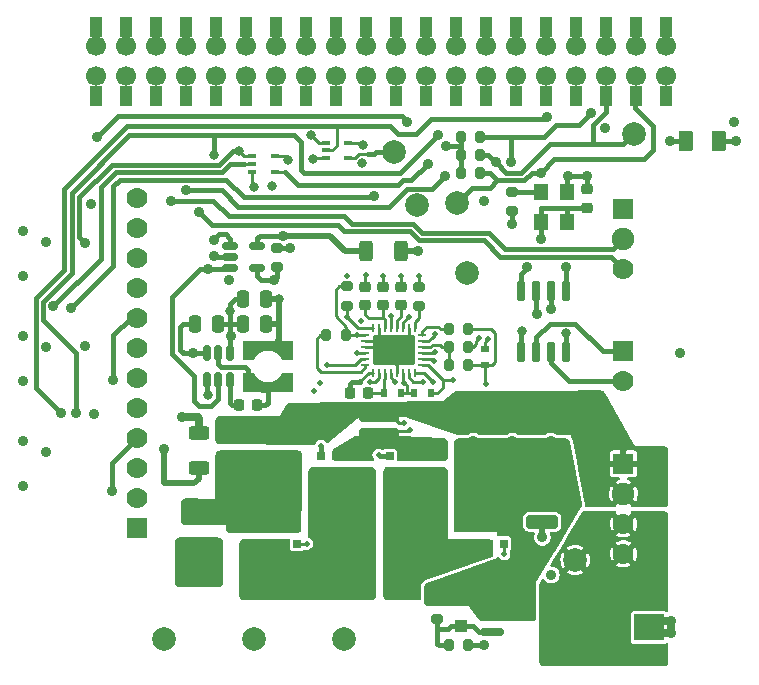
<source format=gbr>
%TF.GenerationSoftware,KiCad,Pcbnew,6.0.9-8da3e8f707~117~ubuntu20.04.1*%
%TF.CreationDate,2022-12-10T16:21:19-08:00*%
%TF.ProjectId,PI-Power-Board,50492d50-6f77-4657-922d-426f6172642e,rev?*%
%TF.SameCoordinates,Original*%
%TF.FileFunction,Copper,L1,Top*%
%TF.FilePolarity,Positive*%
%FSLAX46Y46*%
G04 Gerber Fmt 4.6, Leading zero omitted, Abs format (unit mm)*
G04 Created by KiCad (PCBNEW 6.0.9-8da3e8f707~117~ubuntu20.04.1) date 2022-12-10 16:21:19*
%MOMM*%
%LPD*%
G01*
G04 APERTURE LIST*
G04 Aperture macros list*
%AMRoundRect*
0 Rectangle with rounded corners*
0 $1 Rounding radius*
0 $2 $3 $4 $5 $6 $7 $8 $9 X,Y pos of 4 corners*
0 Add a 4 corners polygon primitive as box body*
4,1,4,$2,$3,$4,$5,$6,$7,$8,$9,$2,$3,0*
0 Add four circle primitives for the rounded corners*
1,1,$1+$1,$2,$3*
1,1,$1+$1,$4,$5*
1,1,$1+$1,$6,$7*
1,1,$1+$1,$8,$9*
0 Add four rect primitives between the rounded corners*
20,1,$1+$1,$2,$3,$4,$5,0*
20,1,$1+$1,$4,$5,$6,$7,0*
20,1,$1+$1,$6,$7,$8,$9,0*
20,1,$1+$1,$8,$9,$2,$3,0*%
%AMFreePoly0*
4,1,19,2.150000,-1.500000,1.178000,-1.500000,1.005260,-1.197301,0.896353,-1.078740,0.724646,-0.944703,0.533256,-0.840690,0.327380,-0.769525,0.212121,-0.750000,-0.211969,-0.750000,-0.320184,-0.767707,-0.526456,-0.837714,-0.718428,-0.940651,-0.890884,-1.073722,-1.004579,-1.196108,-1.178000,-1.500000,-2.150000,-1.500000,-2.150000,0.100000,2.150000,0.100000,2.150000,-1.500000,2.150000,-1.500000,
$1*%
%AMFreePoly1*
4,1,17,2.145000,-2.250000,-2.805000,-2.250000,-2.805000,-1.590000,-2.145000,-1.590000,-2.145000,-0.970000,-2.805000,-0.970000,-2.805000,-0.310000,-2.145000,-0.310000,-2.145000,0.310000,-2.805000,0.310000,-2.805000,0.970000,-2.145000,0.970000,-2.145000,1.590000,-2.805000,1.590000,-2.805000,2.250000,2.145000,2.250000,2.145000,-2.250000,2.145000,-2.250000,$1*%
G04 Aperture macros list end*
%TA.AperFunction,SMDPad,CuDef*%
%ADD10RoundRect,0.250000X-1.100000X0.325000X-1.100000X-0.325000X1.100000X-0.325000X1.100000X0.325000X0*%
%TD*%
%TA.AperFunction,SMDPad,CuDef*%
%ADD11RoundRect,0.200000X0.200000X0.275000X-0.200000X0.275000X-0.200000X-0.275000X0.200000X-0.275000X0*%
%TD*%
%TA.AperFunction,ComponentPad*%
%ADD12C,2.000000*%
%TD*%
%TA.AperFunction,SMDPad,CuDef*%
%ADD13RoundRect,0.150000X-0.512500X-0.150000X0.512500X-0.150000X0.512500X0.150000X-0.512500X0.150000X0*%
%TD*%
%TA.AperFunction,SMDPad,CuDef*%
%ADD14RoundRect,0.225000X0.225000X0.250000X-0.225000X0.250000X-0.225000X-0.250000X0.225000X-0.250000X0*%
%TD*%
%TA.AperFunction,SMDPad,CuDef*%
%ADD15RoundRect,0.250000X0.475000X-0.250000X0.475000X0.250000X-0.475000X0.250000X-0.475000X-0.250000X0*%
%TD*%
%TA.AperFunction,SMDPad,CuDef*%
%ADD16FreePoly0,180.000000*%
%TD*%
%TA.AperFunction,SMDPad,CuDef*%
%ADD17FreePoly0,0.000000*%
%TD*%
%TA.AperFunction,SMDPad,CuDef*%
%ADD18R,1.200000X1.400000*%
%TD*%
%TA.AperFunction,SMDPad,CuDef*%
%ADD19R,0.660000X0.750000*%
%TD*%
%TA.AperFunction,SMDPad,CuDef*%
%ADD20FreePoly1,270.000000*%
%TD*%
%TA.AperFunction,SMDPad,CuDef*%
%ADD21R,0.650000X0.400000*%
%TD*%
%TA.AperFunction,ComponentPad*%
%ADD22R,1.778000X1.778000*%
%TD*%
%TA.AperFunction,ComponentPad*%
%ADD23C,1.905000*%
%TD*%
%TA.AperFunction,ComponentPad*%
%ADD24C,1.778000*%
%TD*%
%TA.AperFunction,SMDPad,CuDef*%
%ADD25RoundRect,0.250000X-0.625000X0.312500X-0.625000X-0.312500X0.625000X-0.312500X0.625000X0.312500X0*%
%TD*%
%TA.AperFunction,SMDPad,CuDef*%
%ADD26FreePoly1,90.000000*%
%TD*%
%TA.AperFunction,SMDPad,CuDef*%
%ADD27RoundRect,0.200000X-0.275000X0.200000X-0.275000X-0.200000X0.275000X-0.200000X0.275000X0.200000X0*%
%TD*%
%TA.AperFunction,SMDPad,CuDef*%
%ADD28RoundRect,0.250000X-0.250000X-0.475000X0.250000X-0.475000X0.250000X0.475000X-0.250000X0.475000X0*%
%TD*%
%TA.AperFunction,SMDPad,CuDef*%
%ADD29R,1.100000X1.100000*%
%TD*%
%TA.AperFunction,SMDPad,CuDef*%
%ADD30R,0.600000X0.700000*%
%TD*%
%TA.AperFunction,SMDPad,CuDef*%
%ADD31RoundRect,0.250000X0.250000X0.475000X-0.250000X0.475000X-0.250000X-0.475000X0.250000X-0.475000X0*%
%TD*%
%TA.AperFunction,SMDPad,CuDef*%
%ADD32RoundRect,0.150000X-0.825000X-0.150000X0.825000X-0.150000X0.825000X0.150000X-0.825000X0.150000X0*%
%TD*%
%TA.AperFunction,SMDPad,CuDef*%
%ADD33RoundRect,0.200000X-0.200000X-0.275000X0.200000X-0.275000X0.200000X0.275000X-0.200000X0.275000X0*%
%TD*%
%TA.AperFunction,SMDPad,CuDef*%
%ADD34R,2.500000X2.300000*%
%TD*%
%TA.AperFunction,SMDPad,CuDef*%
%ADD35RoundRect,0.200000X0.275000X-0.200000X0.275000X0.200000X-0.275000X0.200000X-0.275000X-0.200000X0*%
%TD*%
%TA.AperFunction,SMDPad,CuDef*%
%ADD36R,0.700000X0.600000*%
%TD*%
%TA.AperFunction,SMDPad,CuDef*%
%ADD37RoundRect,0.225000X-0.225000X-0.250000X0.225000X-0.250000X0.225000X0.250000X-0.225000X0.250000X0*%
%TD*%
%TA.AperFunction,ComponentPad*%
%ADD38C,1.700000*%
%TD*%
%TA.AperFunction,SMDPad,CuDef*%
%ADD39R,1.020000X1.780000*%
%TD*%
%TA.AperFunction,SMDPad,CuDef*%
%ADD40RoundRect,0.225000X0.250000X-0.225000X0.250000X0.225000X-0.250000X0.225000X-0.250000X-0.225000X0*%
%TD*%
%TA.AperFunction,SMDPad,CuDef*%
%ADD41RoundRect,0.250000X-0.312500X-0.625000X0.312500X-0.625000X0.312500X0.625000X-0.312500X0.625000X0*%
%TD*%
%TA.AperFunction,SMDPad,CuDef*%
%ADD42RoundRect,0.250000X1.100000X-0.325000X1.100000X0.325000X-1.100000X0.325000X-1.100000X-0.325000X0*%
%TD*%
%TA.AperFunction,SMDPad,CuDef*%
%ADD43RoundRect,0.150000X-0.150000X0.512500X-0.150000X-0.512500X0.150000X-0.512500X0.150000X0.512500X0*%
%TD*%
%TA.AperFunction,SMDPad,CuDef*%
%ADD44RoundRect,0.250000X1.450000X-0.250000X1.450000X0.250000X-1.450000X0.250000X-1.450000X-0.250000X0*%
%TD*%
%TA.AperFunction,SMDPad,CuDef*%
%ADD45RoundRect,0.150000X-0.150000X0.725000X-0.150000X-0.725000X0.150000X-0.725000X0.150000X0.725000X0*%
%TD*%
%TA.AperFunction,SMDPad,CuDef*%
%ADD46RoundRect,0.050000X-0.070000X0.250000X-0.070000X-0.250000X0.070000X-0.250000X0.070000X0.250000X0*%
%TD*%
%TA.AperFunction,SMDPad,CuDef*%
%ADD47RoundRect,0.050000X-0.250000X-0.070000X0.250000X-0.070000X0.250000X0.070000X-0.250000X0.070000X0*%
%TD*%
%TA.AperFunction,ComponentPad*%
%ADD48C,0.400000*%
%TD*%
%TA.AperFunction,SMDPad,CuDef*%
%ADD49RoundRect,0.050000X1.725000X-1.225000X1.725000X1.225000X-1.725000X1.225000X-1.725000X-1.225000X0*%
%TD*%
%TA.AperFunction,SMDPad,CuDef*%
%ADD50R,1.905000X2.790000*%
%TD*%
%TA.AperFunction,SMDPad,CuDef*%
%ADD51RoundRect,0.250000X0.375000X0.625000X-0.375000X0.625000X-0.375000X-0.625000X0.375000X-0.625000X0*%
%TD*%
%TA.AperFunction,ViaPad*%
%ADD52C,0.889000*%
%TD*%
%TA.AperFunction,ViaPad*%
%ADD53C,0.800000*%
%TD*%
%TA.AperFunction,ViaPad*%
%ADD54C,0.508000*%
%TD*%
%TA.AperFunction,Conductor*%
%ADD55C,0.254000*%
%TD*%
%TA.AperFunction,Conductor*%
%ADD56C,0.635000*%
%TD*%
%TA.AperFunction,Conductor*%
%ADD57C,0.381000*%
%TD*%
%TA.AperFunction,Conductor*%
%ADD58C,0.508000*%
%TD*%
%TA.AperFunction,Conductor*%
%ADD59C,0.241300*%
%TD*%
G04 APERTURE END LIST*
D10*
%TO.P,C10,1*%
%TO.N,GND*%
X103632000Y-104951000D03*
%TO.P,C10,2*%
%TO.N,/5V PowerSupply/V_{P}*%
X103632000Y-107901000D03*
%TD*%
D11*
%TO.P,R9,1*%
%TO.N,/5V PowerSupply/V_{P}*%
X99885000Y-97168000D03*
%TO.P,R9,2*%
%TO.N,/5V PowerSupply/V_{ISNS}*%
X98235000Y-97168000D03*
%TD*%
D12*
%TO.P,TP7,1,1*%
%TO.N,/~{CAN_INT1}*%
X95529400Y-86690200D03*
%TD*%
D13*
%TO.P,U3,1,IN*%
%TO.N,+5V*%
X79761500Y-90109000D03*
%TO.P,U3,2,GND*%
%TO.N,GND*%
X79761500Y-91059000D03*
%TO.P,U3,3,EN*%
%TO.N,/3V3_PI*%
X79761500Y-92009000D03*
%TO.P,U3,4,NC/ADJ*%
%TO.N,Net-(R20-Pad2)*%
X82036500Y-92009000D03*
%TO.P,U3,5,OUT*%
%TO.N,/3V-3.3V-PS/3V0_{OUT}*%
X82036500Y-90109000D03*
%TD*%
D14*
%TO.P,C30,1*%
%TO.N,/5V PowerSupply/BOOT_{2}*%
X91453000Y-102616000D03*
%TO.P,C30,2*%
%TO.N,/5V PowerSupply/SW2*%
X89903000Y-102616000D03*
%TD*%
D15*
%TO.P,C14,1*%
%TO.N,/5V PowerSupply/V_{OSNS}*%
X84836000Y-108138000D03*
%TO.P,C14,2*%
%TO.N,GND*%
X84836000Y-106238000D03*
%TD*%
D16*
%TO.P,L1,1,1*%
%TO.N,/3V-3.3V-PS/SW*%
X82931000Y-102380000D03*
D17*
%TO.P,L1,2,2*%
%TO.N,/3V-3.3V-PS/3V3_{OUT}*%
X82931000Y-98280000D03*
%TD*%
D18*
%TO.P,U2,1,EN*%
%TO.N,+3V0*%
X108288000Y-88138000D03*
%TO.P,U2,2,GND*%
%TO.N,GND*%
X108288000Y-85598000D03*
%TO.P,U2,3,OUT*%
%TO.N,Net-(R4-Pad1)*%
X106088000Y-85598000D03*
%TO.P,U2,4,V_{DD}*%
%TO.N,+3V0*%
X106088000Y-88138000D03*
%TD*%
D19*
%TO.P,Q4,1,S*%
%TO.N,/5V PowerSupply/SW1*%
X99095800Y-115333000D03*
%TO.P,Q4,2,S*%
X100375800Y-115333000D03*
%TO.P,Q4,3,S*%
X101655800Y-115333000D03*
%TO.P,Q4,4,G*%
%TO.N,/5V PowerSupply/HDRV1*%
X102935800Y-115333000D03*
D20*
%TO.P,Q4,5,D*%
%TO.N,/5V PowerSupply/V_{P}*%
X101015800Y-112263000D03*
%TD*%
D21*
%TO.P,U1,1,VCCA*%
%TO.N,+3V3*%
X81600000Y-82535000D03*
%TO.P,U1,2,A*%
%TO.N,Net-(U1-Pad2)*%
X81600000Y-83185000D03*
%TO.P,U1,3,GND*%
%TO.N,GND*%
X81600000Y-83835000D03*
%TO.P,U1,4,B*%
%TO.N,/SPI1_RXD*%
X83500000Y-83835000D03*
%TO.P,U1,5,VCCB*%
%TO.N,+3V0*%
X83500000Y-82535000D03*
%TD*%
D22*
%TO.P,J5,1,Pin_1*%
%TO.N,GND*%
X113043500Y-108585000D03*
D23*
%TO.P,J5,2,Pin_2*%
X113043500Y-111125000D03*
D24*
%TO.P,J5,3,Pin_3*%
%TO.N,/VBAT*%
X113043500Y-113665000D03*
%TO.P,J5,4,Pin_4*%
X113043500Y-116205000D03*
%TD*%
D25*
%TO.P,R14,1*%
%TO.N,/3V-3.3V-PS/3V3_{OUT}*%
X77089000Y-105979500D03*
%TO.P,R14,2*%
%TO.N,+3V3*%
X77089000Y-108904500D03*
%TD*%
D19*
%TO.P,Q2,1,S*%
%TO.N,/5V PowerSupply/R_{CSP}*%
X97093800Y-107928000D03*
%TO.P,Q2,2,S*%
X95813800Y-107928000D03*
%TO.P,Q2,3,S*%
X94533800Y-107928000D03*
%TO.P,Q2,4,G*%
%TO.N,/5V PowerSupply/LDRV1*%
X93253800Y-107928000D03*
D26*
%TO.P,Q2,5,D*%
%TO.N,/5V PowerSupply/SW1*%
X95173800Y-110998000D03*
%TD*%
D27*
%TO.P,R4,1*%
%TO.N,Net-(R4-Pad1)*%
X103632000Y-85535000D03*
%TO.P,R4,2*%
%TO.N,Net-(R4-Pad2)*%
X103632000Y-87185000D03*
%TD*%
D28*
%TO.P,C6,1*%
%TO.N,+5V*%
X76774000Y-96774000D03*
%TO.P,C6,2*%
%TO.N,GND*%
X78674000Y-96774000D03*
%TD*%
D21*
%TO.P,U11,1,VCCA*%
%TO.N,+3V3*%
X87816000Y-81387000D03*
%TO.P,U11,2,A*%
%TO.N,/DR*%
X87816000Y-82037000D03*
%TO.P,U11,3,GND*%
%TO.N,GND*%
X87816000Y-82687000D03*
%TO.P,U11,4,B*%
%TO.N,Net-(TP9-Pad1)*%
X89716000Y-82687000D03*
%TO.P,U11,5,VCCB*%
%TO.N,+3V0*%
X89716000Y-81387000D03*
%TD*%
D27*
%TO.P,R7,1*%
%TO.N,/5V PowerSupply/V_{OSNS}*%
X89662000Y-93549000D03*
%TO.P,R7,2*%
%TO.N,/5V PowerSupply/FB*%
X89662000Y-95199000D03*
%TD*%
D29*
%TO.P,D5,1,K*%
%TO.N,/5V PowerSupply/V_{P}*%
X99314000Y-119504000D03*
%TO.P,D5,2,A*%
%TO.N,Net-(D5-Pad2)*%
X99314000Y-122304000D03*
%TD*%
D30*
%TO.P,D4,1,K*%
%TO.N,/5V PowerSupply/BOOT_{1}*%
X96712000Y-102616000D03*
%TO.P,D4,2,A*%
%TO.N,/5V PowerSupply/V_{CC}*%
X95312000Y-102616000D03*
%TD*%
D10*
%TO.P,C11,1*%
%TO.N,GND*%
X106934000Y-104951000D03*
%TO.P,C11,2*%
%TO.N,/5V PowerSupply/V_{P}*%
X106934000Y-107901000D03*
%TD*%
D11*
%TO.P,R17,1*%
%TO.N,GND*%
X99885000Y-123952000D03*
%TO.P,R17,2*%
%TO.N,Net-(D5-Pad2)*%
X98235000Y-123952000D03*
%TD*%
D31*
%TO.P,C7,1*%
%TO.N,/3V-3.3V-PS/3V3_{OUT}*%
X82738000Y-96774000D03*
%TO.P,C7,2*%
%TO.N,GND*%
X80838000Y-96774000D03*
%TD*%
D30*
%TO.P,D3,1,K*%
%TO.N,/5V PowerSupply/BOOT_{2}*%
X92772000Y-102616000D03*
%TO.P,D3,2,A*%
%TO.N,/5V PowerSupply/V_{CC}*%
X94172000Y-102616000D03*
%TD*%
D11*
%TO.P,R10,1*%
%TO.N,/5V PowerSupply/V_{OSNS}*%
X89547200Y-97676000D03*
%TO.P,R10,2*%
%TO.N,/5V PowerSupply/PGOOD*%
X87897200Y-97676000D03*
%TD*%
D12*
%TO.P,TP2,1,1*%
%TO.N,/VBAT*%
X108966000Y-116713000D03*
%TD*%
D32*
%TO.P,Q5,1,S*%
%TO.N,/5V PowerSupply/V_{P}*%
X101919000Y-118999000D03*
%TO.P,Q5,2,S*%
X101919000Y-120269000D03*
%TO.P,Q5,3,S*%
X101919000Y-121539000D03*
%TO.P,Q5,4,G*%
%TO.N,Net-(D5-Pad2)*%
X101919000Y-122809000D03*
%TO.P,Q5,5,D*%
%TO.N,/VBAT*%
X106869000Y-122809000D03*
%TO.P,Q5,6,D*%
X106869000Y-121539000D03*
%TO.P,Q5,7,D*%
X106869000Y-120269000D03*
%TO.P,Q5,8,D*%
X106869000Y-118999000D03*
%TD*%
D33*
%TO.P,R1,1*%
%TO.N,+3V0*%
X99251000Y-80899000D03*
%TO.P,R1,2*%
%TO.N,/~{CAN_INT1}*%
X100901000Y-80899000D03*
%TD*%
D34*
%TO.P,D6,1,A1*%
%TO.N,GND*%
X115180000Y-122428000D03*
%TO.P,D6,2,A2*%
%TO.N,/VBAT*%
X110880000Y-122428000D03*
%TD*%
D22*
%TO.P,J3,1,Pin_1*%
%TO.N,GND*%
X71857000Y-113970000D03*
D24*
%TO.P,J3,2,Pin_2*%
%TO.N,+5V*%
X71857000Y-111430000D03*
%TO.P,J3,3,Pin_3*%
%TO.N,/SCK_L*%
X71857000Y-108890000D03*
%TO.P,J3,4,Pin_4*%
%TO.N,/SCK_H*%
X71857000Y-106350000D03*
%TO.P,J3,5,Pin_5*%
%TO.N,/DR_L*%
X71857000Y-103810000D03*
%TO.P,J3,6,Pin_6*%
%TO.N,/DR_H*%
X71857000Y-101270000D03*
%TO.P,J3,7,Pin_7*%
%TO.N,/MOSI_L*%
X71857000Y-98730000D03*
%TO.P,J3,8,Pin_8*%
%TO.N,/MOSI_H*%
X71857000Y-96190000D03*
%TO.P,J3,9,Pin_9*%
%TO.N,/MISO_L*%
X71857000Y-93650000D03*
%TO.P,J3,10,Pin_10*%
%TO.N,/MISO_H*%
X71857000Y-91110000D03*
%TO.P,J3,11,Pin_11*%
%TO.N,/CS_L*%
X71857000Y-88570000D03*
%TO.P,J3,12,Pin_12*%
%TO.N,/CS_H*%
X71857000Y-86030000D03*
%TD*%
D22*
%TO.P,J4,1,Pin_1*%
%TO.N,/CAN-FD/CAN_L*%
X113030000Y-99060000D03*
D24*
%TO.P,J4,2,Pin_2*%
%TO.N,/CAN-FD/CAN_H*%
X113030000Y-101600000D03*
%TD*%
D12*
%TO.P,TP9,1,1*%
%TO.N,Net-(TP9-Pad1)*%
X93599000Y-82194400D03*
%TD*%
D35*
%TO.P,R6,1*%
%TO.N,Net-(R20-Pad2)*%
X83693000Y-91945000D03*
%TO.P,R6,2*%
%TO.N,GND*%
X83693000Y-90295000D03*
%TD*%
D36*
%TO.P,D2,1,K*%
%TO.N,Net-(D2-Pad1)*%
X101320600Y-98817200D03*
%TO.P,D2,2,A*%
%TO.N,/5V PowerSupply/V_{P}*%
X101320600Y-100217200D03*
%TD*%
D37*
%TO.P,C8,1*%
%TO.N,Net-(C8-Pad1)*%
X80505000Y-103632000D03*
%TO.P,C8,2*%
%TO.N,/3V-3.3V-PS/SW*%
X82055000Y-103632000D03*
%TD*%
D35*
%TO.P,R16,1*%
%TO.N,Net-(D5-Pad2)*%
X97282000Y-121729000D03*
%TO.P,R16,2*%
%TO.N,/5V PowerSupply/V_{P}*%
X97282000Y-120079000D03*
%TD*%
D33*
%TO.P,R2,1*%
%TO.N,+3V0*%
X99251000Y-82423000D03*
%TO.P,R2,2*%
%TO.N,/~{CAN_INT}*%
X100901000Y-82423000D03*
%TD*%
%TO.P,R11,1*%
%TO.N,/5V PowerSupply/EN{slash}UVLO*%
X98235000Y-98692000D03*
%TO.P,R11,2*%
%TO.N,GND*%
X99885000Y-98692000D03*
%TD*%
D12*
%TO.P,TP3,1,1*%
%TO.N,/3V-3.3V-PS/3V3_{OUT}*%
X74168000Y-123444000D03*
%TD*%
D10*
%TO.P,C9,1*%
%TO.N,GND*%
X100330000Y-104951000D03*
%TO.P,C9,2*%
%TO.N,/5V PowerSupply/V_{P}*%
X100330000Y-107901000D03*
%TD*%
D15*
%TO.P,C12,1*%
%TO.N,/5V PowerSupply/V_{OSNS}*%
X80772000Y-108138000D03*
%TO.P,C12,2*%
%TO.N,GND*%
X80772000Y-106238000D03*
%TD*%
D38*
%TO.P,J1,1,Pin_1*%
%TO.N,unconnected-(J1-Pad1)*%
X68370000Y-75770000D03*
D39*
X68370000Y-77410000D03*
%TO.P,J1,2,Pin_2*%
%TO.N,+5V*%
X68370000Y-71590000D03*
D38*
X68370000Y-73230000D03*
D39*
%TO.P,J1,3,Pin_3*%
%TO.N,unconnected-(J1-Pad3)*%
X70910000Y-77410000D03*
D38*
X70910000Y-75770000D03*
%TO.P,J1,4,Pin_4*%
%TO.N,+5V*%
X70910000Y-73230000D03*
D39*
X70910000Y-71590000D03*
D38*
%TO.P,J1,5,Pin_5*%
%TO.N,unconnected-(J1-Pad5)*%
X73450000Y-75770000D03*
D39*
X73450000Y-77410000D03*
D38*
%TO.P,J1,6,Pin_6*%
%TO.N,GND*%
X73450000Y-73230000D03*
D39*
X73450000Y-71590000D03*
D38*
%TO.P,J1,7,Pin_7*%
%TO.N,/SPI2_CLK*%
X75990000Y-75770000D03*
D39*
X75990000Y-77410000D03*
%TO.P,J1,8,Pin_8*%
%TO.N,/UART2_TXD*%
X75990000Y-71590000D03*
D38*
X75990000Y-73230000D03*
D39*
%TO.P,J1,9,Pin_9*%
%TO.N,GND*%
X78530000Y-77410000D03*
D38*
X78530000Y-75770000D03*
%TO.P,J1,10,Pin_10*%
%TO.N,/UART2_RXD*%
X78530000Y-73230000D03*
D39*
X78530000Y-71590000D03*
%TO.P,J1,11,Pin_11*%
%TO.N,/PWM0*%
X81070000Y-77410000D03*
D38*
X81070000Y-75770000D03*
D39*
%TO.P,J1,12,Pin_12*%
%TO.N,unconnected-(J1-Pad12)*%
X81070000Y-71590000D03*
D38*
X81070000Y-73230000D03*
%TO.P,J1,13,Pin_13*%
%TO.N,/PWM1*%
X83610000Y-75770000D03*
D39*
X83610000Y-77410000D03*
D38*
%TO.P,J1,14,Pin_14*%
%TO.N,GND*%
X83610000Y-73230000D03*
D39*
X83610000Y-71590000D03*
D38*
%TO.P,J1,15,Pin_15*%
%TO.N,unconnected-(J1-Pad15)*%
X86150000Y-75770000D03*
D39*
X86150000Y-77410000D03*
D38*
%TO.P,J1,16,Pin_16*%
%TO.N,unconnected-(J1-Pad16)*%
X86150000Y-73230000D03*
D39*
X86150000Y-71590000D03*
%TO.P,J1,17,Pin_17*%
%TO.N,/3V3_PI*%
X88690000Y-77410000D03*
D38*
X88690000Y-75770000D03*
%TO.P,J1,18,Pin_18*%
%TO.N,unconnected-(J1-Pad18)*%
X88690000Y-73230000D03*
D39*
X88690000Y-71590000D03*
%TO.P,J1,19,Pin_19*%
%TO.N,/SPI1_TXD*%
X91230000Y-77410000D03*
D38*
X91230000Y-75770000D03*
%TO.P,J1,20,Pin_20*%
%TO.N,GND*%
X91230000Y-73230000D03*
D39*
X91230000Y-71590000D03*
%TO.P,J1,21,Pin_21*%
%TO.N,/SPI1_RXD*%
X93770000Y-77410000D03*
D38*
X93770000Y-75770000D03*
%TO.P,J1,22,Pin_22*%
%TO.N,unconnected-(J1-Pad22)*%
X93770000Y-73230000D03*
D39*
X93770000Y-71590000D03*
D38*
%TO.P,J1,23,Pin_23*%
%TO.N,/SPI1_CLK*%
X96310000Y-75770000D03*
D39*
X96310000Y-77410000D03*
D38*
%TO.P,J1,24,Pin_24*%
%TO.N,/~{SPI1_CS}*%
X96310000Y-73230000D03*
D39*
X96310000Y-71590000D03*
D38*
%TO.P,J1,25,Pin_25*%
%TO.N,GND*%
X98850000Y-75770000D03*
D39*
X98850000Y-77410000D03*
%TO.P,J1,26,Pin_26*%
%TO.N,unconnected-(J1-Pad26)*%
X98850000Y-71590000D03*
D38*
X98850000Y-73230000D03*
%TO.P,J1,27,Pin_27*%
%TO.N,unconnected-(J1-Pad27)*%
X101390000Y-75770000D03*
D39*
X101390000Y-77410000D03*
%TO.P,J1,28,Pin_28*%
%TO.N,unconnected-(J1-Pad28)*%
X101390000Y-71590000D03*
D38*
X101390000Y-73230000D03*
%TO.P,J1,29,Pin_29*%
%TO.N,/SPI2_TXD*%
X103930000Y-75770000D03*
D39*
X103930000Y-77410000D03*
D38*
%TO.P,J1,30,Pin_30*%
%TO.N,GND*%
X103930000Y-73230000D03*
D39*
X103930000Y-71590000D03*
%TO.P,J1,31,Pin_31*%
%TO.N,/SPI2_RXD*%
X106470000Y-77410000D03*
D38*
X106470000Y-75770000D03*
D39*
%TO.P,J1,32,Pin_32*%
%TO.N,/DR*%
X106470000Y-71590000D03*
D38*
X106470000Y-73230000D03*
%TO.P,J1,33,Pin_33*%
%TO.N,/~{SPI2_CS}*%
X109010000Y-75770000D03*
D39*
X109010000Y-77410000D03*
%TO.P,J1,34,Pin_34*%
%TO.N,GND*%
X109010000Y-71590000D03*
D38*
X109010000Y-73230000D03*
%TO.P,J1,35,Pin_35*%
%TO.N,/~{CAN_INT}*%
X111550000Y-75770000D03*
D39*
X111550000Y-77410000D03*
D38*
%TO.P,J1,36,Pin_36*%
%TO.N,/~{CAN_INT1}*%
X111550000Y-73230000D03*
D39*
X111550000Y-71590000D03*
%TO.P,J1,37,Pin_37*%
%TO.N,/~{CAN_INT0}*%
X114090000Y-77410000D03*
D38*
X114090000Y-75770000D03*
D39*
%TO.P,J1,38,Pin_38*%
%TO.N,unconnected-(J1-Pad38)*%
X114090000Y-71590000D03*
D38*
X114090000Y-73230000D03*
%TO.P,J1,39,Pin_39*%
%TO.N,GND*%
X116630000Y-75770000D03*
D39*
X116630000Y-77410000D03*
D38*
%TO.P,J1,40,Pin_40*%
%TO.N,unconnected-(J1-Pad40)*%
X116630000Y-73230000D03*
D39*
X116630000Y-71590000D03*
%TD*%
D12*
%TO.P,TP6,1,1*%
%TO.N,/~{CAN_INT0}*%
X98933000Y-86487000D03*
%TD*%
D33*
%TO.P,R3,1*%
%TO.N,+3V0*%
X99251000Y-83947000D03*
%TO.P,R3,2*%
%TO.N,/~{CAN_INT0}*%
X100901000Y-83947000D03*
%TD*%
D31*
%TO.P,C5,1*%
%TO.N,/3V-3.3V-PS/3V3_{OUT}*%
X82738000Y-94615000D03*
%TO.P,C5,2*%
%TO.N,GND*%
X80838000Y-94615000D03*
%TD*%
D40*
%TO.P,C3,1*%
%TO.N,/5V PowerSupply/COMP*%
X92710000Y-95162000D03*
%TO.P,C3,2*%
%TO.N,GND*%
X92710000Y-93612000D03*
%TD*%
D12*
%TO.P,TP4,1,1*%
%TO.N,/5V PowerSupply/V_{OSNS}*%
X81788000Y-123444000D03*
%TD*%
D19*
%TO.P,Q3,1,S*%
%TO.N,/5V PowerSupply/SW2*%
X81569800Y-115333000D03*
%TO.P,Q3,2,S*%
X82849800Y-115333000D03*
%TO.P,Q3,3,S*%
X84129800Y-115333000D03*
%TO.P,Q3,4,G*%
%TO.N,/5V PowerSupply/HDRV2*%
X85409800Y-115333000D03*
D20*
%TO.P,Q3,5,D*%
%TO.N,/5V PowerSupply/V_{OSNS}*%
X83489800Y-112263000D03*
%TD*%
D19*
%TO.P,Q1,1,S*%
%TO.N,/5V PowerSupply/R_{CSP}*%
X91251800Y-107928000D03*
%TO.P,Q1,2,S*%
X89971800Y-107928000D03*
%TO.P,Q1,3,S*%
X88691800Y-107928000D03*
%TO.P,Q1,4,G*%
%TO.N,/5V PowerSupply/LDRV2*%
X87411800Y-107928000D03*
D26*
%TO.P,Q1,5,D*%
%TO.N,/5V PowerSupply/SW2*%
X89331800Y-110998000D03*
%TD*%
D40*
%TO.P,C2,1*%
%TO.N,/5V PowerSupply/COMP*%
X91186000Y-95162000D03*
%TO.P,C2,2*%
%TO.N,Net-(C2-Pad2)*%
X91186000Y-93612000D03*
%TD*%
D12*
%TO.P,TP5,1,1*%
%TO.N,GND*%
X89408000Y-123444000D03*
%TD*%
D41*
%TO.P,R5,1*%
%TO.N,/3V-3.3V-PS/3V0_{OUT}*%
X91247500Y-90551000D03*
%TO.P,R5,2*%
%TO.N,+3V0*%
X94172500Y-90551000D03*
%TD*%
D42*
%TO.P,C15,1*%
%TO.N,GND*%
X106172000Y-113489000D03*
%TO.P,C15,2*%
%TO.N,/5V PowerSupply/V_{P}*%
X106172000Y-110539000D03*
%TD*%
D43*
%TO.P,U6,1,GND*%
%TO.N,GND*%
X79690000Y-99192500D03*
%TO.P,U6,2,SW*%
%TO.N,/3V-3.3V-PS/SW*%
X78740000Y-99192500D03*
%TO.P,U6,3,VIN*%
%TO.N,+5V*%
X77790000Y-99192500D03*
%TO.P,U6,4,FB*%
%TO.N,Net-(R27-Pad2)*%
X77790000Y-101467500D03*
%TO.P,U6,5,EN*%
%TO.N,/3V3_PI*%
X78740000Y-101467500D03*
%TO.P,U6,6,BST*%
%TO.N,Net-(C8-Pad1)*%
X79690000Y-101467500D03*
%TD*%
D40*
%TO.P,C1,1*%
%TO.N,+3V0*%
X109982000Y-86881000D03*
%TO.P,C1,2*%
%TO.N,GND*%
X109982000Y-85331000D03*
%TD*%
D44*
%TO.P,R13,1*%
%TO.N,/5V PowerSupply/R_{CSP}*%
X92329000Y-106046000D03*
%TO.P,R13,2*%
%TO.N,GND*%
X92329000Y-104546000D03*
%TD*%
D45*
%TO.P,U4,1,TXD*%
%TO.N,Net-(U4-Pad1)*%
X108204000Y-93945000D03*
%TO.P,U4,2,VSS*%
%TO.N,GND*%
X106934000Y-93945000D03*
%TO.P,U4,3,VDD*%
%TO.N,+5V*%
X105664000Y-93945000D03*
%TO.P,U4,4,RXD*%
%TO.N,Net-(U4-Pad4)*%
X104394000Y-93945000D03*
%TO.P,U4,5,VIO*%
%TO.N,+3V0*%
X104394000Y-99095000D03*
%TO.P,U4,6,CANL*%
%TO.N,/CAN-FD/CAN_L*%
X105664000Y-99095000D03*
%TO.P,U4,7,CANH*%
%TO.N,/CAN-FD/CAN_H*%
X106934000Y-99095000D03*
%TO.P,U4,8,STBY*%
%TO.N,GND*%
X108204000Y-99095000D03*
%TD*%
D35*
%TO.P,R8,1*%
%TO.N,/5V PowerSupply/MODE*%
X95758000Y-95212000D03*
%TO.P,R8,2*%
%TO.N,GND*%
X95758000Y-93562000D03*
%TD*%
D12*
%TO.P,TP8,1,1*%
%TO.N,/~{CAN_INT}*%
X113919000Y-80645000D03*
%TD*%
%TO.P,TP1,1,1*%
%TO.N,/3V-3.3V-PS/3V0_{OUT}*%
X99822000Y-92456000D03*
%TD*%
D46*
%TO.P,U5,1,MODE*%
%TO.N,/5V PowerSupply/MODE*%
X95349000Y-97046000D03*
%TO.P,U5,2,DITH*%
%TO.N,GND*%
X94849000Y-97046000D03*
%TO.P,U5,3,RT*%
%TO.N,/5V PowerSupply/RT*%
X94349000Y-97046000D03*
%TO.P,U5,4,SLOPE*%
%TO.N,/5V PowerSupply/SLOPE*%
X93849000Y-97046000D03*
%TO.P,U5,5,SS*%
%TO.N,/5V PowerSupply/SS*%
X93349000Y-97046000D03*
%TO.P,U5,6,COMP*%
%TO.N,/5V PowerSupply/COMP*%
X92849000Y-97046000D03*
%TO.P,U5,7,AGND*%
%TO.N,GND*%
X92349000Y-97046000D03*
%TO.P,U5,8,FB*%
%TO.N,/5V PowerSupply/FB*%
X91849000Y-97046000D03*
D47*
%TO.P,U5,9,VOSNS*%
%TO.N,/5V PowerSupply/V_{OSNS}*%
X91199000Y-97696000D03*
%TO.P,U5,10,ISNS-*%
%TO.N,GND*%
X91199000Y-98196000D03*
%TO.P,U5,11,ISNS+*%
X91199000Y-98696000D03*
%TO.P,U5,12,CSG*%
%TO.N,/5V PowerSupply/CSG*%
X91199000Y-99196000D03*
%TO.P,U5,13,CS*%
%TO.N,/5V PowerSupply/CS*%
X91199000Y-99696000D03*
%TO.P,U5,14,PGOOD*%
%TO.N,/5V PowerSupply/PGOOD*%
X91199000Y-100196000D03*
D46*
%TO.P,U5,15,SW2*%
%TO.N,/5V PowerSupply/SW2*%
X91849000Y-100846000D03*
%TO.P,U5,16,HDRV2*%
%TO.N,/5V PowerSupply/HDRV2*%
X92349000Y-100846000D03*
%TO.P,U5,17,BOOT2*%
%TO.N,/5V PowerSupply/BOOT_{2}*%
X92849000Y-100846000D03*
%TO.P,U5,18,LDRV2*%
%TO.N,/5V PowerSupply/LDRV2*%
X93349000Y-100846000D03*
%TO.P,U5,19,PGND*%
%TO.N,GND*%
X93849000Y-100846000D03*
%TO.P,U5,20,VCC*%
%TO.N,/5V PowerSupply/V_{CC}*%
X94349000Y-100846000D03*
%TO.P,U5,21,BIAS*%
%TO.N,/5V PowerSupply/BIAS*%
X94849000Y-100846000D03*
%TO.P,U5,22,LDRV1*%
%TO.N,/5V PowerSupply/LDRV1*%
X95349000Y-100846000D03*
D47*
%TO.P,U5,23,BOOT1*%
%TO.N,/5V PowerSupply/BOOT_{1}*%
X95999000Y-100196000D03*
%TO.P,U5,24,HDRV1*%
%TO.N,/5V PowerSupply/HDRV1*%
X95999000Y-99696000D03*
%TO.P,U5,25,SW1*%
%TO.N,/5V PowerSupply/SW1*%
X95999000Y-99196000D03*
%TO.P,U5,26,EN/UVLO*%
%TO.N,/5V PowerSupply/EN{slash}UVLO*%
X95999000Y-98696000D03*
%TO.P,U5,27,VIN*%
%TO.N,/5V PowerSupply/V_{IN}*%
X95999000Y-98196000D03*
%TO.P,U5,28,VISNS*%
%TO.N,/5V PowerSupply/V_{ISNS}*%
X95999000Y-97696000D03*
D48*
%TO.P,U5,29,EP-PGND*%
%TO.N,GND*%
X93599000Y-98946000D03*
X95124000Y-98946000D03*
X93599000Y-99971000D03*
X93599000Y-97921000D03*
D49*
X93599000Y-98946000D03*
D48*
X92074000Y-98946000D03*
%TD*%
D40*
%TO.P,C4,1*%
%TO.N,/5V PowerSupply/SLOPE*%
X94234000Y-95162000D03*
%TO.P,C4,2*%
%TO.N,GND*%
X94234000Y-93612000D03*
%TD*%
D22*
%TO.P,J2,1,Pin_1*%
%TO.N,GND*%
X113030000Y-86995000D03*
D23*
%TO.P,J2,2,Pin_2*%
%TO.N,/UART2_TXD*%
X113030000Y-89535000D03*
D24*
%TO.P,J2,3,Pin_3*%
%TO.N,/UART2_RXD*%
X113030000Y-92075000D03*
%TD*%
D25*
%TO.P,R15,1*%
%TO.N,/5V PowerSupply/V_{OSNS}*%
X77089000Y-112710500D03*
%TO.P,R15,2*%
%TO.N,+5V*%
X77089000Y-115635500D03*
%TD*%
D15*
%TO.P,C13,1*%
%TO.N,/5V PowerSupply/V_{OSNS}*%
X82804000Y-108138000D03*
%TO.P,C13,2*%
%TO.N,GND*%
X82804000Y-106238000D03*
%TD*%
D11*
%TO.P,R12,1*%
%TO.N,/5V PowerSupply/V_{P}*%
X99885000Y-100216000D03*
%TO.P,R12,2*%
%TO.N,/5V PowerSupply/EN{slash}UVLO*%
X98235000Y-100216000D03*
%TD*%
D50*
%TO.P,L2,1,1*%
%TO.N,/5V PowerSupply/SW1*%
X94932300Y-117348000D03*
%TO.P,L2,2,2*%
%TO.N,/5V PowerSupply/SW2*%
X90081300Y-117348000D03*
%TD*%
D51*
%TO.P,D1,1,K*%
%TO.N,GND*%
X121164000Y-81280000D03*
%TO.P,D1,2,A*%
%TO.N,Net-(D1-Pad2)*%
X118364000Y-81280000D03*
%TD*%
D52*
%TO.N,GND*%
X79629000Y-93014800D03*
X62230000Y-101600000D03*
D53*
X81762600Y-85115400D03*
D54*
X100844440Y-97918665D03*
D53*
X86741000Y-82804000D03*
D52*
X62230000Y-92710000D03*
D54*
X90805000Y-96443800D03*
D52*
X78409800Y-90957400D03*
X94691200Y-104190800D03*
D54*
X92710000Y-92659200D03*
D52*
X106172000Y-114808000D03*
X80772000Y-105029000D03*
X117094000Y-122936000D03*
X117094000Y-121920000D03*
D54*
X89662000Y-92633800D03*
D52*
X106934000Y-103759000D03*
D53*
X90932000Y-83128400D03*
D52*
X79770108Y-97726500D03*
X108331000Y-84201000D03*
X67415103Y-98577900D03*
X68199000Y-104394000D03*
D54*
X91706393Y-103576903D03*
X95732600Y-92633800D03*
D52*
X106934000Y-117983000D03*
X122558000Y-81280000D03*
D54*
X92379800Y-103581200D03*
D53*
X108204000Y-97536000D03*
D52*
X84836000Y-105029000D03*
X82804000Y-105029000D03*
D53*
X83312000Y-85090000D03*
D52*
X109982000Y-84201000D03*
X106934000Y-95504000D03*
X84840600Y-90271600D03*
X103632000Y-103759000D03*
X62230000Y-110490000D03*
X89779626Y-104381800D03*
X101219000Y-86360000D03*
D54*
X94208600Y-92633800D03*
D52*
X67945000Y-86614000D03*
X117856000Y-99187000D03*
D54*
X94487443Y-105154049D03*
D53*
X79690001Y-95615801D03*
D52*
X101219000Y-123952000D03*
D54*
X93065600Y-103581200D03*
D52*
X100330000Y-103759000D03*
D54*
%TO.N,Net-(C2-Pad2)*%
X91211400Y-92608400D03*
%TO.N,/5V PowerSupply/SS*%
X93395800Y-96062800D03*
%TO.N,/5V PowerSupply/V_{IN}*%
X97053400Y-97612200D03*
D52*
%TO.N,Net-(D1-Pad2)*%
X116970000Y-81280000D03*
%TO.N,/5V PowerSupply/V_{P}*%
X100330000Y-106654600D03*
X103632000Y-120269000D03*
D54*
X101371400Y-101777800D03*
D52*
X103632000Y-121412000D03*
X103632000Y-106629200D03*
X106883200Y-106629200D03*
X103632000Y-118999000D03*
D54*
%TO.N,/5V PowerSupply/CS*%
X87960200Y-100203000D03*
%TO.N,/5V PowerSupply/CSG*%
X90473214Y-99184547D03*
%TO.N,/5V PowerSupply/BIAS*%
X87351100Y-101727000D03*
X96046051Y-101616749D03*
%TO.N,/5V PowerSupply/V_{CC}*%
X94456098Y-101708102D03*
%TO.N,/5V PowerSupply/BOOT_{1}*%
X98583674Y-101481447D03*
%TO.N,/5V PowerSupply/SW1*%
X97114337Y-99144936D03*
X97891600Y-109169200D03*
%TO.N,/5V PowerSupply/SW2*%
X90754200Y-101625400D03*
X86664800Y-109169200D03*
D52*
%TO.N,/5V PowerSupply/V_{OSNS}*%
X80772000Y-109321600D03*
D54*
X90441800Y-97696000D03*
X83794600Y-108940600D03*
D53*
X79502000Y-109321600D03*
%TO.N,+3V0*%
X104444800Y-97307400D03*
X84658200Y-82829400D03*
D52*
X98044000Y-81661000D03*
X106045000Y-89535000D03*
X95605600Y-90551000D03*
X111506000Y-80137000D03*
D53*
X91008200Y-81584800D03*
D54*
%TO.N,Net-(D2-Pad1)*%
X101575100Y-98044000D03*
%TO.N,/5V PowerSupply/HDRV1*%
X96992876Y-99870949D03*
X102946200Y-116230400D03*
%TO.N,/5V PowerSupply/R_{CSP}*%
X94959192Y-105719115D03*
%TO.N,/5V PowerSupply/LDRV1*%
X92301924Y-107824676D03*
X96928694Y-101637994D03*
%TO.N,/5V PowerSupply/HDRV2*%
X86817200Y-102438200D03*
X86233000Y-115341400D03*
X91592400Y-101625400D03*
%TO.N,/5V PowerSupply/LDRV2*%
X93720696Y-101676001D03*
X87401400Y-107061000D03*
D52*
%TO.N,+5V*%
X75946000Y-117094000D03*
X105737404Y-95912465D03*
X78232000Y-117094000D03*
X77089000Y-117094000D03*
X122431000Y-79629000D03*
X75946000Y-118211600D03*
X78333600Y-89611200D03*
X78232000Y-118211600D03*
X77089000Y-118211600D03*
X76581000Y-99192500D03*
%TO.N,Net-(R4-Pad2)*%
X103632000Y-88265000D03*
%TO.N,Net-(R20-Pad2)*%
X83413600Y-93014800D03*
D53*
%TO.N,Net-(R27-Pad2)*%
X77825600Y-102768400D03*
D52*
%TO.N,Net-(U1-Pad2)*%
X64770000Y-95250000D03*
D53*
%TO.N,/3V-3.3V-PS/3V3_{OUT}*%
X83870800Y-94615000D03*
D52*
X75692000Y-104648000D03*
%TO.N,Net-(U4-Pad1)*%
X108204000Y-91948000D03*
%TO.N,/VBAT*%
X108839000Y-123444000D03*
X106807000Y-124079000D03*
X108966000Y-119380000D03*
X108839000Y-121539000D03*
%TO.N,/SPI1_RXD*%
X96455795Y-83171595D03*
%TO.N,/DR*%
X106553000Y-79248000D03*
X65405000Y-104267000D03*
%TO.N,/SPI2_CLK*%
X97917000Y-84201000D03*
X75996800Y-85394800D03*
%TO.N,/UART2_TXD*%
X74701400Y-86283800D03*
%TO.N,/UART2_RXD*%
X77089000Y-87249000D03*
%TO.N,/SPI1_TXD*%
X66255196Y-95415804D03*
X91948000Y-85928700D03*
%TO.N,/SPI1_CLK*%
X97358200Y-80695800D03*
X66675000Y-104267000D03*
D53*
X78333600Y-82442600D03*
D52*
%TO.N,/~{SPI1_CS}*%
X68453000Y-80924400D03*
X94732019Y-79603100D03*
%TO.N,/MOSI_H*%
X69850000Y-101473000D03*
%TO.N,/3V-3.3V-PS/3V0_{OUT}*%
X84216502Y-89258532D03*
%TO.N,/~{CAN_INT0}*%
X106045000Y-83947000D03*
%TO.N,/~{CAN_INT1}*%
X110250893Y-78892900D03*
X103505000Y-83058000D03*
%TO.N,/SCK_H*%
X69723000Y-110871000D03*
%TO.N,Net-(U4-Pad4)*%
X104902000Y-91948000D03*
D54*
%TO.N,/5V PowerSupply/RT*%
X94843600Y-96164400D03*
%TO.N,/5V PowerSupply/FB*%
X89662000Y-96162198D03*
D52*
%TO.N,/3V3_PI*%
X77851000Y-92049600D03*
D53*
%TO.N,+3V3*%
X80518000Y-82098600D03*
D52*
X62230000Y-88900000D03*
X67487800Y-89916000D03*
X74168000Y-107315000D03*
X64135000Y-107569000D03*
X62230000Y-97790000D03*
X62230000Y-106680000D03*
D53*
X86614000Y-80758200D03*
D52*
X64135000Y-89789000D03*
X64135000Y-98679000D03*
%TO.N,/~{CAN_INT}*%
X102235000Y-83058000D03*
%TD*%
D55*
%TO.N,GND*%
X86858000Y-82687000D02*
X86741000Y-82804000D01*
X92710000Y-93612000D02*
X92710000Y-92659200D01*
D56*
X115688000Y-122936000D02*
X115180000Y-122428000D01*
D55*
X93649400Y-104546000D02*
X92329000Y-104546000D01*
X92349000Y-98671000D02*
X92074000Y-98946000D01*
D56*
X115688000Y-121920000D02*
X115180000Y-122428000D01*
D55*
X93849000Y-100221000D02*
X93599000Y-99971000D01*
D57*
X79690000Y-96890800D02*
X79689999Y-96890801D01*
X78674000Y-96774000D02*
X79573200Y-96774000D01*
X109982000Y-85331000D02*
X109982000Y-84201000D01*
X79690000Y-96890800D02*
X79690001Y-95615801D01*
D55*
X94208600Y-93586600D02*
X94234000Y-93612000D01*
X81610200Y-84963000D02*
X81610200Y-83845200D01*
X94487443Y-105154049D02*
X94054249Y-105154049D01*
D56*
X117094000Y-122936000D02*
X115688000Y-122936000D01*
D55*
X95758000Y-92659200D02*
X95732600Y-92633800D01*
X100342400Y-98692000D02*
X99885000Y-98692000D01*
X94208600Y-92633800D02*
X94208600Y-93586600D01*
D57*
X106934000Y-93945000D02*
X106934000Y-95504000D01*
X108204000Y-99095000D02*
X108204000Y-97536000D01*
X121164000Y-81280000D02*
X122558000Y-81280000D01*
D55*
X91824000Y-98696000D02*
X92074000Y-98946000D01*
X92329000Y-104546000D02*
X92481000Y-104394000D01*
D57*
X79690001Y-95036599D02*
X79690001Y-95615801D01*
X83693000Y-90295000D02*
X84817200Y-90295000D01*
D55*
X95758000Y-93562000D02*
X95758000Y-92659200D01*
D57*
X80838000Y-94615000D02*
X80111600Y-94615000D01*
D58*
X106172000Y-113489000D02*
X106172000Y-114808000D01*
D55*
X94054249Y-105154049D02*
X93446200Y-104546000D01*
D59*
X91199000Y-98196000D02*
X92849000Y-98196000D01*
D55*
X100844440Y-97918665D02*
X100584000Y-98179105D01*
D59*
X92349000Y-97046000D02*
X92349000Y-98671000D01*
D55*
X94849000Y-98671000D02*
X95124000Y-98946000D01*
D59*
X94849000Y-97046000D02*
X94849000Y-98671000D01*
D57*
X79806800Y-96774000D02*
X79689999Y-96890801D01*
X80838000Y-96774000D02*
X79806800Y-96774000D01*
X108288000Y-85598000D02*
X108288000Y-84244000D01*
D59*
X93849000Y-100846000D02*
X93849000Y-100221000D01*
D57*
X89943826Y-104546000D02*
X89779626Y-104381800D01*
X79690000Y-96890800D02*
X79690000Y-97646392D01*
X78511400Y-91059000D02*
X78409800Y-90957400D01*
X80111600Y-94615000D02*
X79690001Y-95036599D01*
D55*
X92849000Y-98196000D02*
X93599000Y-98946000D01*
D59*
X91199000Y-98696000D02*
X91824000Y-98696000D01*
D57*
X108288000Y-84244000D02*
X108331000Y-84201000D01*
D55*
X87816000Y-82687000D02*
X86858000Y-82687000D01*
D57*
X79761500Y-91059000D02*
X78511400Y-91059000D01*
D55*
X93446200Y-104546000D02*
X92329000Y-104546000D01*
D56*
X117094000Y-121920000D02*
X115688000Y-121920000D01*
D55*
X81762600Y-85115400D02*
X81610200Y-84963000D01*
X100584000Y-98450400D02*
X100342400Y-98692000D01*
D57*
X79690000Y-99192500D02*
X79690000Y-96890800D01*
D55*
X81610200Y-83845200D02*
X81600000Y-83835000D01*
D57*
X99885000Y-123952000D02*
X101219000Y-123952000D01*
D55*
X100584000Y-98179105D02*
X100584000Y-98450400D01*
D57*
X79690000Y-97646392D02*
X79770108Y-97726500D01*
D56*
X117094000Y-122936000D02*
X117094000Y-121920000D01*
D57*
X79573200Y-96774000D02*
X79690000Y-96890800D01*
X84817200Y-90295000D02*
X84840600Y-90271600D01*
X108331000Y-84201000D02*
X109982000Y-84201000D01*
D55*
%TO.N,Net-(C2-Pad2)*%
X91186000Y-92633800D02*
X91211400Y-92608400D01*
X91186000Y-93612000D02*
X91186000Y-92633800D01*
D59*
%TO.N,/5V PowerSupply/SS*%
X93349000Y-97046000D02*
X93349000Y-96109600D01*
D55*
X93349000Y-96109600D02*
X93395800Y-96062800D01*
%TO.N,/5V PowerSupply/COMP*%
X91186000Y-95935800D02*
X91465400Y-96215200D01*
D59*
X92849000Y-97046000D02*
X92849000Y-96354200D01*
D55*
X92710000Y-96215200D02*
X92710000Y-95162000D01*
X91465400Y-96215200D02*
X92710000Y-96215200D01*
X91186000Y-95162000D02*
X91186000Y-95935800D01*
X92849000Y-96354200D02*
X92710000Y-96215200D01*
%TO.N,/5V PowerSupply/V_{IN}*%
X97053400Y-97663000D02*
X97053400Y-97612200D01*
X96824800Y-97891600D02*
X97053400Y-97663000D01*
X96520400Y-98196000D02*
X96824800Y-97891600D01*
D59*
X95999000Y-98196000D02*
X96520400Y-98196000D01*
D55*
%TO.N,/5V PowerSupply/SLOPE*%
X94234000Y-96085601D02*
X94234000Y-95162000D01*
X93849000Y-96470601D02*
X94234000Y-96085601D01*
D59*
X93849000Y-97046000D02*
X93849000Y-96470601D01*
D57*
%TO.N,Net-(D1-Pad2)*%
X118364000Y-81280000D02*
X116970000Y-81280000D01*
%TO.N,Net-(C8-Pad1)*%
X79690000Y-101467500D02*
X79690000Y-103464400D01*
X79690000Y-103464400D02*
X79857600Y-103632000D01*
X79857600Y-103632000D02*
X80505000Y-103632000D01*
D55*
%TO.N,/5V PowerSupply/V_{P}*%
X101320600Y-100217200D02*
X100747600Y-100217200D01*
X102184200Y-99949000D02*
X101916000Y-100217200D01*
X102184200Y-97510600D02*
X102184200Y-99949000D01*
X101916000Y-100217200D02*
X101320600Y-100217200D01*
X101320600Y-101727000D02*
X101371400Y-101777800D01*
X100747600Y-100217200D02*
X99886200Y-100217200D01*
X99886200Y-100217200D02*
X99885000Y-100216000D01*
X101841600Y-97168000D02*
X102184200Y-97510600D01*
X99885000Y-97168000D02*
X101841600Y-97168000D01*
X101320600Y-100217200D02*
X101320600Y-101727000D01*
%TO.N,/5V PowerSupply/CS*%
X90297000Y-100203000D02*
X87960200Y-100203000D01*
X90804000Y-99696000D02*
X90627200Y-99872800D01*
X90627200Y-99872800D02*
X90297000Y-100203000D01*
D59*
X91199000Y-99696000D02*
X90804000Y-99696000D01*
D55*
%TO.N,/5V PowerSupply/CSG*%
X90484667Y-99196000D02*
X90473214Y-99184547D01*
D59*
X91199000Y-99196000D02*
X90484667Y-99196000D01*
D55*
%TO.N,/5V PowerSupply/BIAS*%
X95234795Y-101625400D02*
X94849000Y-101239605D01*
D59*
X94849000Y-101239605D02*
X94849000Y-100846000D01*
D55*
X96037400Y-101625400D02*
X95234795Y-101625400D01*
X96046051Y-101616749D02*
X96037400Y-101625400D01*
%TO.N,/5V PowerSupply/V_{CC}*%
X94665200Y-102616000D02*
X94691200Y-102590000D01*
X94456098Y-101708102D02*
X94691200Y-101943204D01*
X94172000Y-102616000D02*
X94665200Y-102616000D01*
D59*
X94349000Y-101601004D02*
X94349000Y-100846000D01*
D55*
X94717200Y-102616000D02*
X94691200Y-102590000D01*
X94456098Y-101708102D02*
X94349000Y-101601004D01*
X94691200Y-101943204D02*
X94691200Y-102590000D01*
X95312000Y-102616000D02*
X94717200Y-102616000D01*
%TO.N,/5V PowerSupply/BOOT_{1}*%
X97764600Y-101504071D02*
X97764600Y-102117400D01*
X96456529Y-100196000D02*
X97764600Y-101504071D01*
X97764600Y-102117400D02*
X97266000Y-102616000D01*
X98583674Y-101481447D02*
X98561050Y-101504071D01*
X97266000Y-102616000D02*
X96712000Y-102616000D01*
D59*
X95999000Y-100196000D02*
X96456529Y-100196000D01*
D55*
X98561050Y-101504071D02*
X97764600Y-101504071D01*
D59*
%TO.N,/5V PowerSupply/SW1*%
X95999000Y-99196000D02*
X97063273Y-99196000D01*
D55*
X97063273Y-99196000D02*
X97114337Y-99144936D01*
D58*
X95173800Y-110998000D02*
X96062800Y-110998000D01*
D55*
%TO.N,/5V PowerSupply/BOOT_{2}*%
X91453000Y-102616000D02*
X92772000Y-102616000D01*
X92800723Y-102587277D02*
X92772000Y-102616000D01*
X92800723Y-101406756D02*
X92800723Y-102587277D01*
D59*
X92849000Y-100846000D02*
X92849000Y-101358479D01*
D55*
X92849000Y-101358479D02*
X92800723Y-101406756D01*
%TO.N,/5V PowerSupply/SW2*%
X91508200Y-100846000D02*
X90754200Y-101600000D01*
D57*
X89903000Y-101816200D02*
X89903000Y-102616000D01*
X90754200Y-101625400D02*
X90703400Y-101676200D01*
D59*
X91849000Y-100846000D02*
X91508200Y-100846000D01*
D55*
X90754200Y-101600000D02*
X90754200Y-101625400D01*
D57*
X90703400Y-101676200D02*
X90043000Y-101676200D01*
X90043000Y-101676200D02*
X89903000Y-101816200D01*
D59*
%TO.N,/5V PowerSupply/V_{OSNS}*%
X91199000Y-97696000D02*
X89567200Y-97696000D01*
D55*
X89662000Y-93549000D02*
X88975400Y-93549000D01*
D57*
X84836000Y-108138000D02*
X84836000Y-108864400D01*
D55*
X88975400Y-93549000D02*
X88671400Y-93853000D01*
D57*
X83820000Y-108966000D02*
X83794600Y-108940600D01*
D55*
X88671400Y-96088200D02*
X89547200Y-96964000D01*
D57*
X84734400Y-108966000D02*
X83820000Y-108966000D01*
D55*
X89567200Y-97696000D02*
X89547200Y-97676000D01*
D57*
X84836000Y-108864400D02*
X84734400Y-108966000D01*
D55*
X89547200Y-96964000D02*
X89547200Y-97676000D01*
X88671400Y-93853000D02*
X88671400Y-96088200D01*
D57*
%TO.N,+3V0*%
X108288000Y-88138000D02*
X108288000Y-86952000D01*
X106088000Y-86952000D02*
X106088000Y-88138000D01*
X104394000Y-99095000D02*
X104394000Y-97358200D01*
X108217000Y-86881000D02*
X106159000Y-86881000D01*
X108288000Y-86952000D02*
X108217000Y-86881000D01*
D58*
X94172500Y-90551000D02*
X95605600Y-90551000D01*
D55*
X90810400Y-81387000D02*
X89716000Y-81387000D01*
D57*
X106088000Y-88138000D02*
X106088000Y-89492000D01*
X106088000Y-89492000D02*
X106045000Y-89535000D01*
X99251000Y-82423000D02*
X99251000Y-83947000D01*
D55*
X84363800Y-82535000D02*
X83500000Y-82535000D01*
D57*
X104394000Y-97358200D02*
X104444800Y-97307400D01*
D55*
X84658200Y-82829400D02*
X84363800Y-82535000D01*
D57*
X99251000Y-80899000D02*
X99251000Y-82423000D01*
X99187000Y-81661000D02*
X98044000Y-81661000D01*
X109982000Y-86881000D02*
X108217000Y-86881000D01*
D55*
X91008200Y-81584800D02*
X90810400Y-81387000D01*
D57*
X99251000Y-81725000D02*
X99187000Y-81661000D01*
X99251000Y-82423000D02*
X99251000Y-81725000D01*
D55*
%TO.N,Net-(D2-Pad1)*%
X101320600Y-98298500D02*
X101320600Y-98817200D01*
X101575100Y-98044000D02*
X101320600Y-98298500D01*
%TO.N,/3V-3.3V-PS/SW*%
X82441000Y-102380000D02*
X82931000Y-102380000D01*
D57*
X82055000Y-103632000D02*
X82727800Y-103632000D01*
X78994000Y-100380800D02*
X81026000Y-100380800D01*
X78740000Y-100126800D02*
X78994000Y-100380800D01*
X82727800Y-103632000D02*
X82931000Y-103428800D01*
X78740000Y-99192500D02*
X78740000Y-100126800D01*
X81280000Y-100634800D02*
X81280000Y-101219000D01*
X82931000Y-103428800D02*
X82931000Y-102380000D01*
D55*
X81280000Y-101219000D02*
X82441000Y-102380000D01*
D57*
X81026000Y-100380800D02*
X81280000Y-100634800D01*
D55*
%TO.N,/5V PowerSupply/HDRV1*%
X102946200Y-116230400D02*
X102946200Y-115343400D01*
X102946200Y-115343400D02*
X102935800Y-115333000D01*
X96817927Y-99696000D02*
X96992876Y-99870949D01*
D59*
X95999000Y-99696000D02*
X96817927Y-99696000D01*
D55*
%TO.N,/5V PowerSupply/R_{CSP}*%
X94914658Y-105763649D02*
X92611351Y-105763649D01*
X92611351Y-105763649D02*
X92329000Y-106046000D01*
X94959192Y-105719115D02*
X94914658Y-105763649D01*
D57*
%TO.N,/5V PowerSupply/LDRV1*%
X93253800Y-107928000D02*
X92405248Y-107928000D01*
X92405248Y-107928000D02*
X92301924Y-107824676D01*
D59*
X95349000Y-100846000D02*
X96136700Y-100846000D01*
D55*
X96136700Y-100846000D02*
X96928694Y-101637994D01*
D59*
%TO.N,/5V PowerSupply/HDRV2*%
X92349000Y-101175979D02*
X92349000Y-100846000D01*
D55*
X92012823Y-101625400D02*
X92317623Y-101320600D01*
X91592400Y-101625400D02*
X92012823Y-101625400D01*
X85418200Y-115341400D02*
X85409800Y-115333000D01*
X86233000Y-115341400D02*
X85418200Y-115341400D01*
X92317623Y-101320600D02*
X92349000Y-101175979D01*
%TO.N,/5V PowerSupply/LDRV2*%
X93720696Y-101676001D02*
X93720696Y-101620096D01*
D57*
X87411800Y-107928000D02*
X87411800Y-107071400D01*
X87411800Y-107071400D02*
X87401400Y-107061000D01*
D59*
X93349000Y-101248400D02*
X93349000Y-100846000D01*
D55*
X93720696Y-101620096D02*
X93349000Y-101248400D01*
%TO.N,/5V PowerSupply/EN{slash}UVLO*%
X97510600Y-98501200D02*
X97688400Y-98679000D01*
X96702194Y-98696000D02*
X96896994Y-98501200D01*
X98222000Y-98679000D02*
X98235000Y-98692000D01*
X97688400Y-98679000D02*
X98222000Y-98679000D01*
X98235000Y-98692000D02*
X98235000Y-100216000D01*
D59*
X95999000Y-98696000D02*
X96702194Y-98696000D01*
D55*
X96896994Y-98501200D02*
X97510600Y-98501200D01*
%TO.N,/5V PowerSupply/V_{ISNS}*%
X97358200Y-96951800D02*
X97574400Y-97168000D01*
X97574400Y-97168000D02*
X98235000Y-97168000D01*
X95999000Y-97345800D02*
X96393000Y-96951800D01*
X96393000Y-96951800D02*
X97358200Y-96951800D01*
D59*
X95999000Y-97696000D02*
X95999000Y-97345800D01*
D57*
%TO.N,Net-(D5-Pad2)*%
X98422000Y-122304000D02*
X98171000Y-122555000D01*
X97282000Y-121729000D02*
X97282000Y-122555000D01*
X97282000Y-123799600D02*
X97434400Y-123952000D01*
X100838000Y-122809000D02*
X100330000Y-122301000D01*
X99314000Y-122304000D02*
X98422000Y-122304000D01*
X98171000Y-122555000D02*
X97282000Y-122555000D01*
X100330000Y-122301000D02*
X100327000Y-122304000D01*
X97434400Y-123952000D02*
X98235000Y-123952000D01*
X97282000Y-122555000D02*
X97282000Y-123799600D01*
X101919000Y-122809000D02*
X100838000Y-122809000D01*
X100327000Y-122304000D02*
X99314000Y-122304000D01*
%TO.N,+5V*%
X105664000Y-95839061D02*
X105737404Y-95912465D01*
X75488800Y-97028000D02*
X75488800Y-98933000D01*
X78790800Y-89154000D02*
X78333600Y-89611200D01*
X79375000Y-89154000D02*
X78790800Y-89154000D01*
X75488800Y-98933000D02*
X75742800Y-99187000D01*
X75813800Y-99192500D02*
X75742800Y-99121500D01*
X79761500Y-90109000D02*
X79761500Y-89540500D01*
X105664000Y-93945000D02*
X105664000Y-95839061D01*
X77790000Y-99192500D02*
X76581000Y-99192500D01*
X76774000Y-96774000D02*
X75742800Y-96774000D01*
X79761500Y-89540500D02*
X79375000Y-89154000D01*
X76581000Y-99192500D02*
X75813800Y-99192500D01*
X75742800Y-96774000D02*
X75488800Y-97028000D01*
%TO.N,/CAN-FD/CAN_H*%
X106934000Y-100076000D02*
X108458000Y-101600000D01*
X106934000Y-99095000D02*
X106934000Y-100076000D01*
X108458000Y-101600000D02*
X113030000Y-101600000D01*
%TO.N,/CAN-FD/CAN_L*%
X105664000Y-99095000D02*
X105664000Y-97866200D01*
X105664000Y-97866200D02*
X106813300Y-96716900D01*
X111302800Y-99060000D02*
X113030000Y-99060000D01*
X108959700Y-96716900D02*
X111302800Y-99060000D01*
X106813300Y-96716900D02*
X108959700Y-96716900D01*
%TO.N,Net-(R4-Pad1)*%
X106088000Y-85598000D02*
X103695000Y-85598000D01*
X103695000Y-85598000D02*
X103632000Y-85535000D01*
%TO.N,Net-(R4-Pad2)*%
X103632000Y-87185000D02*
X103632000Y-88265000D01*
%TO.N,Net-(R20-Pad2)*%
X82036500Y-92009000D02*
X82036500Y-92704500D01*
X82036500Y-92704500D02*
X82346800Y-93014800D01*
X82346800Y-93014800D02*
X83413600Y-93014800D01*
X83413600Y-93014800D02*
X83693000Y-92735400D01*
X83693000Y-92735400D02*
X83693000Y-91945000D01*
%TO.N,Net-(R27-Pad2)*%
X77790000Y-102732800D02*
X77825600Y-102768400D01*
X77790000Y-101467500D02*
X77790000Y-102732800D01*
%TO.N,Net-(U1-Pad2)*%
X68808600Y-85163998D02*
X68808600Y-91211400D01*
X80899000Y-83185000D02*
X79728398Y-83185000D01*
X68808600Y-91211400D02*
X64770000Y-95250000D01*
D55*
X80899000Y-83185000D02*
X81600000Y-83185000D01*
D57*
X79728398Y-83185000D02*
X79043097Y-83870301D01*
X70102297Y-83870301D02*
X68808600Y-85163998D01*
X79043097Y-83870301D02*
X70102297Y-83870301D01*
D58*
%TO.N,/3V-3.3V-PS/3V3_{OUT}*%
X83870800Y-96799400D02*
X83870800Y-98120200D01*
D56*
X77089000Y-104749600D02*
X77089000Y-105979500D01*
X75692000Y-104648000D02*
X76987400Y-104648000D01*
D55*
X83711000Y-98280000D02*
X82931000Y-98280000D01*
D58*
X83870800Y-94615000D02*
X83870800Y-96799400D01*
X82738000Y-96774000D02*
X83845400Y-96774000D01*
X83870800Y-98120200D02*
X83711000Y-98280000D01*
X83845400Y-96774000D02*
X83870800Y-96799400D01*
D56*
X76987400Y-104648000D02*
X77089000Y-104749600D01*
D58*
X82738000Y-94615000D02*
X83870800Y-94615000D01*
D57*
%TO.N,Net-(U4-Pad1)*%
X108204000Y-91948000D02*
X108204000Y-93945000D01*
D55*
%TO.N,/VBAT*%
X106869000Y-121539000D02*
X108839000Y-121539000D01*
X108966000Y-119380000D02*
X108585000Y-118999000D01*
X108585000Y-118999000D02*
X106869000Y-118999000D01*
X108839000Y-123444000D02*
X108204000Y-122809000D01*
X108204000Y-122809000D02*
X106869000Y-122809000D01*
D57*
%TO.N,/SPI1_RXD*%
X94361000Y-84556600D02*
X93954600Y-84963000D01*
X85496400Y-84963000D02*
X84368400Y-83835000D01*
D55*
X83500000Y-83835000D02*
X84368400Y-83835000D01*
D57*
X96455795Y-83171595D02*
X95070790Y-84556600D01*
X95070790Y-84556600D02*
X94361000Y-84556600D01*
X93954600Y-84963000D02*
X85496400Y-84963000D01*
%TO.N,/DR*%
X63271400Y-102133400D02*
X63271400Y-94538800D01*
X63271400Y-94538800D02*
X65659000Y-92151200D01*
D55*
X88778800Y-81660400D02*
X88778800Y-79939600D01*
D57*
X93980000Y-80645000D02*
X95504000Y-80645000D01*
X95504000Y-80645000D02*
X96774000Y-79375000D01*
X85654600Y-79939600D02*
X88778800Y-79939600D01*
X65659000Y-85297602D02*
X71017002Y-79939600D01*
X93274600Y-79939600D02*
X93980000Y-80645000D01*
X88778800Y-79939600D02*
X93274600Y-79939600D01*
X106426000Y-79375000D02*
X106553000Y-79248000D01*
X65405000Y-104267000D02*
X63271400Y-102133400D01*
X71017002Y-79939600D02*
X85654600Y-79939600D01*
X96774000Y-79375000D02*
X106426000Y-79375000D01*
D55*
X87816000Y-82037000D02*
X88402200Y-82037000D01*
D57*
X65659000Y-92151200D02*
X65659000Y-85297602D01*
D55*
X88402200Y-82037000D02*
X88778800Y-81660400D01*
D57*
%TO.N,/SPI2_CLK*%
X96850200Y-85267800D02*
X94691200Y-85267800D01*
X80441800Y-86791800D02*
X79044800Y-85394800D01*
X93167200Y-86791800D02*
X80441800Y-86791800D01*
X97917000Y-84201000D02*
X96850200Y-85267800D01*
X94691200Y-85267800D02*
X93167200Y-86791800D01*
X79044800Y-85394800D02*
X75996800Y-85394800D01*
%TO.N,/UART2_TXD*%
X95197705Y-88239600D02*
X90017600Y-88239600D01*
X78282800Y-86283800D02*
X74701400Y-86283800D01*
X89382600Y-87604600D02*
X79603600Y-87604600D01*
X79603600Y-87604600D02*
X78282800Y-86283800D01*
X112141000Y-90424000D02*
X102997000Y-90424000D01*
X102997000Y-90424000D02*
X101625400Y-89052400D01*
X96010504Y-89052400D02*
X95197705Y-88239600D01*
X101625400Y-89052400D02*
X96010504Y-89052400D01*
X90017600Y-88239600D02*
X89382600Y-87604600D01*
X113030000Y-89535000D02*
X112141000Y-90424000D01*
%TO.N,/UART2_RXD*%
X95758000Y-89662000D02*
X94945200Y-88849200D01*
X78234932Y-88394932D02*
X77089000Y-87249000D01*
X94945200Y-88849200D02*
X89357200Y-88849200D01*
X113030000Y-92075000D02*
X111988600Y-91033600D01*
X101245896Y-89662000D02*
X95758000Y-89662000D01*
X88902932Y-88394932D02*
X78234932Y-88394932D01*
X89357200Y-88849200D02*
X88902932Y-88394932D01*
X111988600Y-91033600D02*
X102617496Y-91033600D01*
X102617496Y-91033600D02*
X101245896Y-89662000D01*
%TO.N,/SPI1_TXD*%
X91923100Y-85953600D02*
X80873600Y-85953600D01*
X80873600Y-85953600D02*
X79425800Y-84505800D01*
X79425800Y-84505800D02*
X70434200Y-84505800D01*
X91948000Y-85928700D02*
X91923100Y-85953600D01*
X69850000Y-85090000D02*
X69850000Y-91821000D01*
X70434200Y-84505800D02*
X69850000Y-85090000D01*
X69850000Y-91821000D02*
X66255196Y-95415804D01*
%TO.N,/SPI1_CLK*%
X66319400Y-85625602D02*
X71173002Y-80772000D01*
X85166200Y-80772000D02*
X78359000Y-80772000D01*
X66319400Y-92430600D02*
X66319400Y-85625602D01*
X97358200Y-80695800D02*
X94107000Y-83947000D01*
X78333600Y-82442600D02*
X78359000Y-82417200D01*
X66675000Y-99187000D02*
X63906400Y-96418400D01*
X66675000Y-104267000D02*
X66675000Y-99187000D01*
X94107000Y-83947000D02*
X93065600Y-83947000D01*
X85725000Y-81330800D02*
X85166200Y-80772000D01*
X85979000Y-83947000D02*
X85725000Y-83693000D01*
X85725000Y-83693000D02*
X85725000Y-81330800D01*
X71173002Y-80772000D02*
X78359000Y-80772000D01*
X63906400Y-94843600D02*
X66319400Y-92430600D01*
X78359000Y-82417200D02*
X78359000Y-80772000D01*
X63906400Y-96418400D02*
X63906400Y-94843600D01*
X93139685Y-83947000D02*
X85979000Y-83947000D01*
%TO.N,/~{SPI1_CS}*%
X94249919Y-79121000D02*
X70256400Y-79121000D01*
X94732019Y-79603100D02*
X94249919Y-79121000D01*
X70256400Y-79121000D02*
X68453000Y-80924400D01*
%TO.N,/MOSI_H*%
X69850000Y-101473000D02*
X69850000Y-97663000D01*
X69850000Y-97663000D02*
X71323000Y-96190000D01*
X71323000Y-96190000D02*
X71857000Y-96190000D01*
D58*
%TO.N,/3V-3.3V-PS/3V0_{OUT}*%
X89458800Y-90551000D02*
X88166332Y-89258532D01*
X91247500Y-90551000D02*
X89458800Y-90551000D01*
D57*
X82036500Y-89489700D02*
X82036500Y-90109000D01*
X84216502Y-89258532D02*
X82267668Y-89258532D01*
X82267668Y-89258532D02*
X82036500Y-89489700D01*
D58*
X88166332Y-89258532D02*
X84216502Y-89258532D01*
D57*
%TO.N,/~{CAN_INT0}*%
X114046000Y-78486000D02*
X114046000Y-77454000D01*
X102362000Y-84582000D02*
X104648000Y-84582000D01*
X100901000Y-83947000D02*
X101727000Y-83947000D01*
X107188000Y-82804000D02*
X114808000Y-82804000D01*
X114046000Y-77454000D02*
X114090000Y-77410000D01*
X104648000Y-84582000D02*
X105283000Y-83947000D01*
X115570000Y-82042000D02*
X115570000Y-80010000D01*
X105283000Y-83947000D02*
X106045000Y-83947000D01*
X100203000Y-85217000D02*
X98933000Y-86487000D01*
X114808000Y-82804000D02*
X115570000Y-82042000D01*
X101727000Y-85217000D02*
X100203000Y-85217000D01*
X101727000Y-83947000D02*
X102362000Y-84582000D01*
X115570000Y-80010000D02*
X114046000Y-78486000D01*
X102362000Y-84582000D02*
X101727000Y-85217000D01*
X106045000Y-83947000D02*
X107188000Y-82804000D01*
%TO.N,/~{CAN_INT1}*%
X103505000Y-80899000D02*
X103505000Y-83058000D01*
X107315000Y-79883000D02*
X109260793Y-79883000D01*
X109260793Y-79883000D02*
X110250893Y-78892900D01*
X106299000Y-80899000D02*
X107315000Y-79883000D01*
X100901000Y-80899000D02*
X102489000Y-80899000D01*
X102489000Y-80899000D02*
X103505000Y-80899000D01*
X102489000Y-80899000D02*
X106299000Y-80899000D01*
%TO.N,/SCK_H*%
X69723000Y-110871000D02*
X69723000Y-108484000D01*
X69723000Y-108484000D02*
X71857000Y-106350000D01*
%TO.N,Net-(U4-Pad4)*%
X104825800Y-92024200D02*
X104825800Y-92075000D01*
X104902000Y-91948000D02*
X104825800Y-92024200D01*
X104825800Y-92075000D02*
X104394000Y-92506800D01*
X104394000Y-92506800D02*
X104394000Y-93945000D01*
D55*
%TO.N,/5V PowerSupply/MODE*%
X95349000Y-96598800D02*
X95758000Y-96189800D01*
X95758000Y-96189800D02*
X95758000Y-95212000D01*
D59*
X95349000Y-97046000D02*
X95349000Y-96598800D01*
%TO.N,/5V PowerSupply/RT*%
X94349000Y-97046000D02*
X94349000Y-96659000D01*
D55*
X94349000Y-96652395D02*
X94349000Y-96659000D01*
X94843600Y-96164400D02*
X94836995Y-96164400D01*
X94836995Y-96164400D02*
X94349000Y-96652395D01*
%TO.N,/5V PowerSupply/PGOOD*%
X91199000Y-100418600D02*
X90805000Y-100812600D01*
X90805000Y-100812600D02*
X87452200Y-100812600D01*
X87452200Y-100812600D02*
X87071200Y-100431600D01*
X87071200Y-97967800D02*
X87363000Y-97676000D01*
X87363000Y-97676000D02*
X87897200Y-97676000D01*
D59*
X91199000Y-100196000D02*
X91199000Y-100418600D01*
D55*
X87071200Y-100431600D02*
X87071200Y-97967800D01*
%TO.N,/5V PowerSupply/FB*%
X91064198Y-97046000D02*
X91057298Y-97052900D01*
X89662000Y-96162198D02*
X89662000Y-95199000D01*
D59*
X91849000Y-97046000D02*
X91064198Y-97046000D01*
D55*
X90552702Y-97052900D02*
X89662000Y-96162198D01*
X91057298Y-97052900D02*
X90552702Y-97052900D01*
D57*
%TO.N,/3V3_PI*%
X78740000Y-101467500D02*
X78740000Y-103098600D01*
X74828400Y-99314000D02*
X74828400Y-94437200D01*
X79720900Y-92049600D02*
X77851000Y-92049600D01*
X79761500Y-92009000D02*
X79720900Y-92049600D01*
X78740000Y-103098600D02*
X78155800Y-103682800D01*
X76682600Y-103251000D02*
X76682600Y-101168200D01*
X77216000Y-92049600D02*
X77851000Y-92049600D01*
X74828400Y-94437200D02*
X77216000Y-92049600D01*
X76682600Y-101168200D02*
X74828400Y-99314000D01*
X78155800Y-103682800D02*
X77114400Y-103682800D01*
X77114400Y-103682800D02*
X76682600Y-103251000D01*
%TO.N,+3V3*%
X67487800Y-89916000D02*
X66979800Y-89408000D01*
X66979800Y-89408000D02*
X66979800Y-86004400D01*
D58*
X77089000Y-109855000D02*
X76708000Y-110236000D01*
D55*
X87816000Y-81387000D02*
X87242800Y-81387000D01*
D58*
X77089000Y-108904500D02*
X77089000Y-109855000D01*
X74168000Y-110236000D02*
X74168000Y-109855000D01*
D55*
X81600000Y-82535000D02*
X80954400Y-82535000D01*
X80954400Y-82535000D02*
X80518000Y-82098600D01*
D57*
X79953400Y-82098600D02*
X80518000Y-82098600D01*
X78790800Y-83261200D02*
X79953400Y-82098600D01*
X66979800Y-86004400D02*
X69723000Y-83261200D01*
D58*
X76708000Y-110236000D02*
X74168000Y-110236000D01*
D57*
X69723000Y-83261200D02*
X78790800Y-83261200D01*
D58*
X74168000Y-109855000D02*
X74168000Y-107315000D01*
D55*
X87242800Y-81387000D02*
X86614000Y-80758200D01*
D57*
%TO.N,/~{CAN_INT}*%
X103124000Y-83947000D02*
X102235000Y-83058000D01*
X110490000Y-79883000D02*
X110490000Y-81534000D01*
X109982000Y-81534000D02*
X106807000Y-81534000D01*
X113919000Y-80645000D02*
X113030000Y-81534000D01*
X111550000Y-78823000D02*
X110490000Y-79883000D01*
X111550000Y-77410000D02*
X111550000Y-78823000D01*
X113030000Y-81534000D02*
X109982000Y-81534000D01*
X104394000Y-83947000D02*
X103124000Y-83947000D01*
X106807000Y-81534000D02*
X104394000Y-83947000D01*
X100901000Y-82423000D02*
X101600000Y-82423000D01*
X101600000Y-82423000D02*
X102235000Y-83058000D01*
D55*
%TO.N,Net-(TP9-Pad1)*%
X89716000Y-82687000D02*
X90304820Y-82687000D01*
D57*
X92075000Y-82194400D02*
X91889508Y-82379892D01*
D55*
X91363200Y-82372800D02*
X91363800Y-82372200D01*
X90619020Y-82372800D02*
X91363200Y-82372800D01*
X90547210Y-82444610D02*
X90619020Y-82372800D01*
D57*
X91889508Y-82379892D02*
X91371491Y-82379892D01*
D55*
X90304820Y-82687000D02*
X90547210Y-82444610D01*
D57*
X93599000Y-82194400D02*
X92075000Y-82194400D01*
%TD*%
%TA.AperFunction,Conductor*%
%TO.N,/5V PowerSupply/SW1*%
G36*
X97799793Y-108840551D02*
G01*
X97888029Y-108854526D01*
X97925514Y-108866706D01*
X97996168Y-108902707D01*
X98028057Y-108925876D01*
X98084124Y-108981943D01*
X98107293Y-109013832D01*
X98143294Y-109084486D01*
X98155475Y-109121974D01*
X98169449Y-109210207D01*
X98171000Y-109229917D01*
X98171000Y-114935000D01*
X101590083Y-114935000D01*
X101609793Y-114936551D01*
X101698029Y-114950526D01*
X101735514Y-114962706D01*
X101806168Y-114998707D01*
X101838057Y-115021876D01*
X101894124Y-115077943D01*
X101917293Y-115109832D01*
X101953294Y-115180486D01*
X101965475Y-115217974D01*
X101979449Y-115306207D01*
X101981000Y-115325917D01*
X101981000Y-116311020D01*
X101979545Y-116330110D01*
X101972610Y-116375354D01*
X101942518Y-116439658D01*
X101889365Y-116475302D01*
X96319278Y-118407782D01*
X96318124Y-118408233D01*
X96301755Y-118414630D01*
X96301742Y-118414635D01*
X96300612Y-118415077D01*
X96299502Y-118415561D01*
X96299473Y-118415573D01*
X96283905Y-118422362D01*
X96282786Y-118422850D01*
X96264715Y-118431576D01*
X96187049Y-118472857D01*
X96153209Y-118494350D01*
X96122159Y-118517622D01*
X96120337Y-118519222D01*
X96120334Y-118519224D01*
X96093875Y-118542452D01*
X96093867Y-118542460D01*
X96092044Y-118544060D01*
X96090351Y-118545796D01*
X96090343Y-118545803D01*
X96039227Y-118598199D01*
X96037527Y-118599942D01*
X96011836Y-118630709D01*
X95989339Y-118662327D01*
X95968695Y-118696680D01*
X95933771Y-118766498D01*
X95918663Y-118803621D01*
X95906854Y-118840586D01*
X95897641Y-118879594D01*
X95884098Y-118966490D01*
X95881778Y-118986410D01*
X95880275Y-119005813D01*
X95879500Y-119025854D01*
X95879500Y-120015142D01*
X95859498Y-120083263D01*
X95805842Y-120129756D01*
X95773212Y-120139591D01*
X95767792Y-120140449D01*
X95748083Y-120142000D01*
X93100917Y-120142000D01*
X93081207Y-120140449D01*
X93075790Y-120139591D01*
X92992971Y-120126474D01*
X92955486Y-120114294D01*
X92884832Y-120078293D01*
X92852943Y-120055124D01*
X92796876Y-119999057D01*
X92773707Y-119967168D01*
X92737706Y-119896514D01*
X92725525Y-119859026D01*
X92711551Y-119770793D01*
X92710000Y-119751083D01*
X92710000Y-109229917D01*
X92711551Y-109210207D01*
X92725525Y-109121974D01*
X92737706Y-109084486D01*
X92773707Y-109013832D01*
X92796876Y-108981943D01*
X92852943Y-108925876D01*
X92884832Y-108902707D01*
X92955486Y-108866706D01*
X92992971Y-108854526D01*
X93081207Y-108840551D01*
X93100917Y-108839000D01*
X97780083Y-108839000D01*
X97799793Y-108840551D01*
G37*
%TD.AperFunction*%
%TD*%
%TA.AperFunction,Conductor*%
%TO.N,+5V*%
G36*
X78749793Y-114809551D02*
G01*
X78838029Y-114823526D01*
X78875514Y-114835706D01*
X78946168Y-114871707D01*
X78978057Y-114894876D01*
X79034124Y-114950943D01*
X79057293Y-114982832D01*
X79093294Y-115053486D01*
X79105475Y-115090974D01*
X79119449Y-115179207D01*
X79121000Y-115198917D01*
X79121000Y-118608083D01*
X79119449Y-118627793D01*
X79105475Y-118716026D01*
X79093294Y-118753514D01*
X79057293Y-118824168D01*
X79034124Y-118856057D01*
X78978057Y-118912124D01*
X78946168Y-118935293D01*
X78875514Y-118971294D01*
X78838029Y-118983474D01*
X78749793Y-118997449D01*
X78730083Y-118999000D01*
X75447917Y-118999000D01*
X75428207Y-118997449D01*
X75339971Y-118983474D01*
X75302486Y-118971294D01*
X75231832Y-118935293D01*
X75199943Y-118912124D01*
X75143876Y-118856057D01*
X75120707Y-118824168D01*
X75084706Y-118753514D01*
X75072525Y-118716026D01*
X75058551Y-118627793D01*
X75057000Y-118608083D01*
X75057000Y-115198917D01*
X75058551Y-115179207D01*
X75072525Y-115090974D01*
X75084706Y-115053486D01*
X75120707Y-114982832D01*
X75143876Y-114950943D01*
X75199943Y-114894876D01*
X75231832Y-114871707D01*
X75302486Y-114835706D01*
X75339971Y-114823526D01*
X75428207Y-114809551D01*
X75447917Y-114808000D01*
X78730083Y-114808000D01*
X78749793Y-114809551D01*
G37*
%TD.AperFunction*%
%TD*%
%TA.AperFunction,Conductor*%
%TO.N,GND*%
G36*
X111167590Y-102364375D02*
G01*
X111266037Y-102381687D01*
X111307500Y-102396831D01*
X111384161Y-102441365D01*
X111417858Y-102469885D01*
X111481659Y-102546823D01*
X111494249Y-102565058D01*
X113888908Y-106784218D01*
X114046000Y-107061000D01*
X116449083Y-107061000D01*
X116468793Y-107062551D01*
X116557029Y-107076526D01*
X116594514Y-107088706D01*
X116665168Y-107124707D01*
X116697057Y-107147876D01*
X116753124Y-107203943D01*
X116776293Y-107235832D01*
X116812294Y-107306486D01*
X116824475Y-107343974D01*
X116838449Y-107432207D01*
X116840000Y-107451917D01*
X116840000Y-111877083D01*
X116838449Y-111896793D01*
X116824643Y-111983968D01*
X116824475Y-111985026D01*
X116812294Y-112022514D01*
X116776293Y-112093168D01*
X116753124Y-112125057D01*
X116697057Y-112181124D01*
X116665168Y-112204293D01*
X116594514Y-112240294D01*
X116557029Y-112252474D01*
X116470971Y-112266104D01*
X116468793Y-112266449D01*
X116449083Y-112268000D01*
X113822824Y-112268000D01*
X113754703Y-112247998D01*
X113708210Y-112194342D01*
X113704160Y-112166176D01*
X113690811Y-112131522D01*
X113056311Y-111497021D01*
X113042368Y-111489408D01*
X113040534Y-111489539D01*
X113033920Y-111493790D01*
X112401739Y-112125972D01*
X112390814Y-112145979D01*
X112378544Y-112202385D01*
X112328342Y-112252587D01*
X112267956Y-112268000D01*
X110031069Y-112268000D01*
X110009294Y-112266104D01*
X109912172Y-112249063D01*
X109871226Y-112234239D01*
X109870651Y-112233909D01*
X109844888Y-112219122D01*
X109795765Y-112167866D01*
X109782050Y-112099336D01*
X109783183Y-112085790D01*
X109782401Y-111982517D01*
X109781148Y-111958941D01*
X109778893Y-111936141D01*
X109775500Y-111912760D01*
X109741482Y-111735549D01*
X109619297Y-111099048D01*
X111832624Y-111099048D01*
X111846371Y-111308779D01*
X111848172Y-111320149D01*
X111899909Y-111523863D01*
X111903750Y-111534710D01*
X111991747Y-111725592D01*
X111997496Y-111735549D01*
X112018612Y-111765427D01*
X112029202Y-111773816D01*
X112042501Y-111766788D01*
X112671479Y-111137811D01*
X112677856Y-111126132D01*
X113407908Y-111126132D01*
X113408039Y-111127966D01*
X113412290Y-111134580D01*
X114046111Y-111768400D01*
X114058486Y-111775157D01*
X114065066Y-111770231D01*
X114147595Y-111622865D01*
X114152271Y-111612362D01*
X114219834Y-111413328D01*
X114222519Y-111402145D01*
X114252975Y-111192088D01*
X114253605Y-111184705D01*
X114255072Y-111128704D01*
X114254829Y-111121305D01*
X114235408Y-110909945D01*
X114233311Y-110898630D01*
X114176258Y-110696336D01*
X114172136Y-110685597D01*
X114079171Y-110497083D01*
X114073165Y-110487281D01*
X114070010Y-110483056D01*
X114058751Y-110474606D01*
X114046334Y-110481377D01*
X113415521Y-111112189D01*
X113407908Y-111126132D01*
X112677856Y-111126132D01*
X112679092Y-111123868D01*
X112678961Y-111122034D01*
X112674710Y-111115420D01*
X112039103Y-110479814D01*
X112026728Y-110473057D01*
X112020762Y-110477523D01*
X111926756Y-110656198D01*
X111922351Y-110666832D01*
X111860022Y-110867563D01*
X111857630Y-110878817D01*
X111832925Y-111087547D01*
X111832624Y-111099048D01*
X109619297Y-111099048D01*
X109310960Y-109492828D01*
X111900501Y-109492828D01*
X111901709Y-109505088D01*
X111912815Y-109560931D01*
X111922133Y-109583427D01*
X111964483Y-109646808D01*
X111981692Y-109664017D01*
X112045075Y-109706368D01*
X112067566Y-109715684D01*
X112123415Y-109726793D01*
X112135670Y-109728000D01*
X112638597Y-109728000D01*
X112706718Y-109748002D01*
X112753211Y-109801658D01*
X112763315Y-109871932D01*
X112733821Y-109936512D01*
X112682207Y-109972212D01*
X112527282Y-110029366D01*
X112516900Y-110034318D01*
X112404019Y-110101475D01*
X112394421Y-110111808D01*
X112397907Y-110120196D01*
X113030689Y-110752979D01*
X113044632Y-110760592D01*
X113046466Y-110760461D01*
X113053080Y-110756210D01*
X113685200Y-110124089D01*
X113691957Y-110111714D01*
X113685927Y-110103658D01*
X113598472Y-110048478D01*
X113588221Y-110043254D01*
X113407187Y-109971029D01*
X113351327Y-109927208D01*
X113328027Y-109860144D01*
X113344683Y-109791129D01*
X113396007Y-109742074D01*
X113453877Y-109727999D01*
X113951328Y-109727999D01*
X113963588Y-109726791D01*
X114019431Y-109715685D01*
X114041927Y-109706367D01*
X114105308Y-109664017D01*
X114122517Y-109646808D01*
X114164868Y-109583425D01*
X114174184Y-109560934D01*
X114185293Y-109505085D01*
X114186500Y-109492830D01*
X114186500Y-108857115D01*
X114182025Y-108841876D01*
X114180635Y-108840671D01*
X114172952Y-108839000D01*
X111918616Y-108839000D01*
X111903377Y-108843475D01*
X111902172Y-108844865D01*
X111900501Y-108852548D01*
X111900501Y-109492828D01*
X109310960Y-109492828D01*
X109084453Y-108312885D01*
X111900500Y-108312885D01*
X111904975Y-108328124D01*
X111906365Y-108329329D01*
X111914048Y-108331000D01*
X112771385Y-108331000D01*
X112786624Y-108326525D01*
X112787829Y-108325135D01*
X112789500Y-108317452D01*
X112789500Y-108312885D01*
X113297500Y-108312885D01*
X113301975Y-108328124D01*
X113303365Y-108329329D01*
X113311048Y-108331000D01*
X114168384Y-108331000D01*
X114183623Y-108326525D01*
X114184828Y-108325135D01*
X114186499Y-108317452D01*
X114186499Y-107677172D01*
X114185291Y-107664912D01*
X114174185Y-107609069D01*
X114164867Y-107586573D01*
X114122517Y-107523192D01*
X114105308Y-107505983D01*
X114041925Y-107463632D01*
X114019434Y-107454316D01*
X113963585Y-107443207D01*
X113951330Y-107442000D01*
X113315615Y-107442000D01*
X113300376Y-107446475D01*
X113299171Y-107447865D01*
X113297500Y-107455548D01*
X113297500Y-108312885D01*
X112789500Y-108312885D01*
X112789500Y-107460116D01*
X112785025Y-107444877D01*
X112783635Y-107443672D01*
X112775952Y-107442001D01*
X112135672Y-107442001D01*
X112123412Y-107443209D01*
X112067569Y-107454315D01*
X112045073Y-107463633D01*
X111981692Y-107505983D01*
X111964483Y-107523192D01*
X111922132Y-107586575D01*
X111912816Y-107609066D01*
X111901707Y-107664915D01*
X111900500Y-107677170D01*
X111900500Y-108312885D01*
X109084453Y-108312885D01*
X108774505Y-106698274D01*
X108774501Y-106698257D01*
X108774252Y-106696958D01*
X108769085Y-106675167D01*
X108767559Y-106669776D01*
X108763533Y-106655563D01*
X108763532Y-106655558D01*
X108763165Y-106654264D01*
X108756140Y-106633004D01*
X108726759Y-106555487D01*
X108722360Y-106543880D01*
X108722357Y-106543872D01*
X108721398Y-106541343D01*
X108701992Y-106501028D01*
X108700605Y-106498687D01*
X108700600Y-106498678D01*
X108681312Y-106466128D01*
X108681309Y-106466124D01*
X108679924Y-106463786D01*
X108653879Y-106427401D01*
X108625807Y-106394580D01*
X108585000Y-106172000D01*
X108269210Y-106170329D01*
X108269209Y-106170329D01*
X108263748Y-106170300D01*
X108263747Y-106170300D01*
X108240660Y-106170178D01*
X108187319Y-106169896D01*
X108176301Y-106169272D01*
X108176295Y-106169339D01*
X108156003Y-106167583D01*
X108154651Y-106167466D01*
X108132278Y-106166500D01*
X107545809Y-106166500D01*
X107545142Y-106166498D01*
X107461517Y-106166055D01*
X107393503Y-106145693D01*
X107378365Y-106134134D01*
X107285059Y-106051001D01*
X107135539Y-105971834D01*
X107125164Y-105969228D01*
X106978822Y-105932469D01*
X106978818Y-105932469D01*
X106971451Y-105930618D01*
X106963852Y-105930578D01*
X106963850Y-105930578D01*
X106893508Y-105930210D01*
X106802269Y-105929732D01*
X106794888Y-105931504D01*
X106645138Y-105967456D01*
X106645135Y-105967457D01*
X106637759Y-105969228D01*
X106487418Y-106046824D01*
X106481697Y-106051814D01*
X106481695Y-106051816D01*
X106393317Y-106128913D01*
X106328835Y-106158621D01*
X106309821Y-106159962D01*
X104190894Y-106148751D01*
X104122880Y-106128389D01*
X104107747Y-106116833D01*
X104033859Y-106051001D01*
X103884339Y-105971834D01*
X103873964Y-105969228D01*
X103727622Y-105932469D01*
X103727618Y-105932469D01*
X103720251Y-105930618D01*
X103712652Y-105930578D01*
X103712650Y-105930578D01*
X103642308Y-105930210D01*
X103551069Y-105929732D01*
X103543688Y-105931504D01*
X103393938Y-105967456D01*
X103393935Y-105967457D01*
X103386559Y-105969228D01*
X103236218Y-106046824D01*
X103230497Y-106051814D01*
X103230495Y-106051816D01*
X103161717Y-106111815D01*
X103097235Y-106141523D01*
X103078221Y-106142864D01*
X100840491Y-106131024D01*
X100772477Y-106110662D01*
X100757339Y-106099102D01*
X100737535Y-106081457D01*
X100737529Y-106081453D01*
X100731859Y-106076401D01*
X100582339Y-105997234D01*
X100571964Y-105994628D01*
X100425622Y-105957869D01*
X100425618Y-105957869D01*
X100418251Y-105956018D01*
X100410652Y-105955978D01*
X100410650Y-105955978D01*
X100340308Y-105955610D01*
X100249069Y-105955132D01*
X100241688Y-105956904D01*
X100091938Y-105992856D01*
X100091935Y-105992857D01*
X100084559Y-105994628D01*
X99934218Y-106072224D01*
X99928497Y-106077214D01*
X99928495Y-106077216D01*
X99908564Y-106094603D01*
X99844082Y-106124310D01*
X99825069Y-106125651D01*
X99052234Y-106121562D01*
X99041887Y-106121082D01*
X98998690Y-106117292D01*
X98995024Y-106116970D01*
X98974624Y-106113472D01*
X98929076Y-106101743D01*
X98919166Y-106098752D01*
X94805207Y-104669952D01*
X94805204Y-104669951D01*
X94742000Y-104648000D01*
X94030800Y-104648000D01*
X93977243Y-104664067D01*
X93977239Y-104664068D01*
X93960503Y-104669089D01*
X93834755Y-104706814D01*
X93825884Y-104709126D01*
X93785186Y-104718167D01*
X93767035Y-104720831D01*
X93740661Y-104722756D01*
X93725455Y-104723866D01*
X93716285Y-104724200D01*
X90601800Y-104724200D01*
X90497258Y-104808207D01*
X88011887Y-106805380D01*
X87946260Y-106832458D01*
X87876409Y-106819755D01*
X87835622Y-106782986D01*
X87834192Y-106784218D01*
X87744974Y-106680675D01*
X87739113Y-106673873D01*
X87616885Y-106594648D01*
X87477334Y-106552914D01*
X87468358Y-106552859D01*
X87468357Y-106552859D01*
X87407044Y-106552485D01*
X87331679Y-106552024D01*
X87191629Y-106592051D01*
X87068442Y-106669776D01*
X86972022Y-106778951D01*
X86968208Y-106787074D01*
X86968207Y-106787076D01*
X86928167Y-106872359D01*
X86910119Y-106910800D01*
X86909457Y-106915051D01*
X86871707Y-106972383D01*
X86806803Y-107001158D01*
X86789220Y-107002245D01*
X78873728Y-106937187D01*
X78854143Y-106935492D01*
X78766460Y-106920938D01*
X78729255Y-106908578D01*
X78659170Y-106872359D01*
X78627559Y-106849152D01*
X78572007Y-106793141D01*
X78549061Y-106761339D01*
X78513423Y-106690968D01*
X78501365Y-106653650D01*
X78487535Y-106565863D01*
X78486000Y-106546255D01*
X78486000Y-104911917D01*
X78487551Y-104892207D01*
X78501526Y-104803971D01*
X78513706Y-104766486D01*
X78549707Y-104695832D01*
X78572876Y-104663943D01*
X78628943Y-104607876D01*
X78660832Y-104584707D01*
X78731486Y-104548706D01*
X78768971Y-104536526D01*
X78857207Y-104522551D01*
X78876917Y-104521000D01*
X83947000Y-104521000D01*
X84464534Y-103606365D01*
X84476936Y-103588313D01*
X84539750Y-103512045D01*
X84572909Y-103483672D01*
X84648370Y-103439080D01*
X84689216Y-103423721D01*
X84786323Y-103405485D01*
X84808119Y-103403328D01*
X89799922Y-103345508D01*
X89801381Y-103345500D01*
X90162647Y-103345499D01*
X90173388Y-103345499D01*
X90207341Y-103341811D01*
X90211817Y-103341325D01*
X90223961Y-103340597D01*
X91077202Y-103330713D01*
X91108497Y-103336201D01*
X91108894Y-103334530D01*
X91116579Y-103336357D01*
X91123976Y-103339130D01*
X91182611Y-103345500D01*
X91452920Y-103345500D01*
X91723388Y-103345499D01*
X91726782Y-103345130D01*
X91726788Y-103345130D01*
X91774166Y-103339984D01*
X91774170Y-103339983D01*
X91782024Y-103339130D01*
X91806983Y-103329773D01*
X91849748Y-103321765D01*
X97602799Y-103255127D01*
X97602802Y-103255127D01*
X97735111Y-103253594D01*
X98598318Y-102555385D01*
X98608904Y-102546823D01*
X98693207Y-102478634D01*
X98710870Y-102466670D01*
X98794875Y-102419615D01*
X98834942Y-102405393D01*
X98861681Y-102400761D01*
X98929823Y-102388955D01*
X98951067Y-102387107D01*
X107196624Y-102370449D01*
X111145521Y-102362471D01*
X111167590Y-102364375D01*
G37*
%TD.AperFunction*%
%TD*%
%TA.AperFunction,Conductor*%
%TO.N,/5V PowerSupply/V_{OSNS}*%
G36*
X85473912Y-107443587D02*
G01*
X85513098Y-107449866D01*
X85563128Y-107457884D01*
X85600998Y-107470340D01*
X85672255Y-107507139D01*
X85704337Y-107530806D01*
X85760522Y-107588022D01*
X85783606Y-107620534D01*
X85819100Y-107692443D01*
X85830868Y-107730539D01*
X85843540Y-107819996D01*
X85844765Y-107839950D01*
X85784545Y-111151994D01*
X85731979Y-114043123D01*
X85730110Y-114062576D01*
X85714869Y-114149569D01*
X85702290Y-114186450D01*
X85665816Y-114255837D01*
X85642569Y-114287111D01*
X85586635Y-114342038D01*
X85554941Y-114364714D01*
X85484901Y-114399921D01*
X85447796Y-114411828D01*
X85360549Y-114425484D01*
X85341065Y-114427000D01*
X79704910Y-114427000D01*
X79680329Y-114424579D01*
X79616224Y-114411828D01*
X79595580Y-114407722D01*
X79550160Y-114388909D01*
X79488831Y-114347929D01*
X79454070Y-114313168D01*
X79436659Y-114287111D01*
X79413091Y-114251840D01*
X79394278Y-114206419D01*
X79390307Y-114186452D01*
X79375000Y-114109500D01*
X79375000Y-113792000D01*
X75955917Y-113792000D01*
X75936207Y-113790449D01*
X75847971Y-113776474D01*
X75810486Y-113764294D01*
X75739832Y-113728293D01*
X75707943Y-113705124D01*
X75651876Y-113649057D01*
X75628707Y-113617168D01*
X75592706Y-113546514D01*
X75580525Y-113509026D01*
X75566551Y-113420793D01*
X75565000Y-113401083D01*
X75565000Y-111900295D01*
X75566567Y-111880489D01*
X75580697Y-111791773D01*
X75593010Y-111754105D01*
X75629387Y-111683169D01*
X75652793Y-111651186D01*
X75709415Y-111595054D01*
X75741602Y-111571926D01*
X75812852Y-111536167D01*
X75850634Y-111524181D01*
X75939453Y-111510825D01*
X75959285Y-111509429D01*
X78096706Y-111528015D01*
X78096708Y-111528015D01*
X78486000Y-111531400D01*
X78486000Y-107832917D01*
X78487551Y-107813207D01*
X78501525Y-107724974D01*
X78513706Y-107687486D01*
X78549707Y-107616832D01*
X78572876Y-107584943D01*
X78628943Y-107528876D01*
X78660832Y-107505707D01*
X78731486Y-107469706D01*
X78768971Y-107457526D01*
X78857207Y-107443551D01*
X78876917Y-107442000D01*
X85453976Y-107442000D01*
X85473912Y-107443587D01*
G37*
%TD.AperFunction*%
%TD*%
%TA.AperFunction,Conductor*%
%TO.N,/5V PowerSupply/V_{P}*%
G36*
X108153922Y-106427873D02*
G01*
X108193604Y-106434792D01*
X108250493Y-106444713D01*
X108291226Y-106459365D01*
X108366779Y-106502415D01*
X108400151Y-106529989D01*
X108433469Y-106568943D01*
X108456675Y-106596074D01*
X108478743Y-106633316D01*
X108513485Y-106724977D01*
X108519405Y-106745880D01*
X109520653Y-111961682D01*
X109522908Y-111984482D01*
X109523690Y-112087755D01*
X109515767Y-112132696D01*
X109479710Y-112229483D01*
X109469793Y-112250136D01*
X107299685Y-115881168D01*
X107257272Y-115952133D01*
X105664000Y-118618000D01*
X105664000Y-118696209D01*
X105661561Y-118704012D01*
X105662069Y-118704177D01*
X105659005Y-118713608D01*
X105654502Y-118722445D01*
X105639500Y-118817166D01*
X105639500Y-119180834D01*
X105654502Y-119275555D01*
X105658133Y-119282682D01*
X105664000Y-119319723D01*
X105664000Y-119948277D01*
X105658133Y-119985318D01*
X105654502Y-119992445D01*
X105639500Y-120087166D01*
X105639500Y-120450834D01*
X105654502Y-120545555D01*
X105658133Y-120552682D01*
X105664000Y-120589723D01*
X105664000Y-121218277D01*
X105658133Y-121255318D01*
X105654502Y-121262445D01*
X105639500Y-121357166D01*
X105639500Y-121637973D01*
X105625768Y-121695172D01*
X105600293Y-121745170D01*
X105577124Y-121777057D01*
X105521057Y-121833124D01*
X105489168Y-121856293D01*
X105418514Y-121892294D01*
X105381029Y-121904474D01*
X105292793Y-121918449D01*
X105273083Y-121920000D01*
X101157547Y-121920000D01*
X101138799Y-121918597D01*
X101054747Y-121905950D01*
X101018918Y-121894919D01*
X100950901Y-121862229D01*
X100919905Y-121841143D01*
X100857520Y-121783407D01*
X100844726Y-121769658D01*
X100063393Y-120792991D01*
X100063392Y-120792990D01*
X99949000Y-120650000D01*
X96529917Y-120650000D01*
X96510207Y-120648449D01*
X96421971Y-120634474D01*
X96384486Y-120622294D01*
X96313832Y-120586293D01*
X96281943Y-120563124D01*
X96225876Y-120507057D01*
X96202707Y-120475168D01*
X96166706Y-120404514D01*
X96154525Y-120367026D01*
X96140551Y-120278793D01*
X96139000Y-120259083D01*
X96139000Y-119025854D01*
X96140503Y-119006451D01*
X96154046Y-118919555D01*
X96165855Y-118882590D01*
X96200779Y-118812772D01*
X96223276Y-118781154D01*
X96248855Y-118754935D01*
X96277793Y-118725272D01*
X96308843Y-118702000D01*
X96386509Y-118660719D01*
X96404335Y-118652946D01*
X99250500Y-117665500D01*
X102362000Y-116586000D01*
X102362000Y-116466321D01*
X102415367Y-116452684D01*
X102482736Y-116475086D01*
X102509038Y-116502733D01*
X102510059Y-116501874D01*
X102603783Y-116613373D01*
X102611260Y-116618350D01*
X102717561Y-116689110D01*
X102717563Y-116689111D01*
X102725034Y-116694084D01*
X102864064Y-116737521D01*
X103009698Y-116740190D01*
X103109428Y-116713000D01*
X103141563Y-116704239D01*
X103141564Y-116704239D01*
X103150226Y-116701877D01*
X103158559Y-116696761D01*
X103266702Y-116630361D01*
X103274354Y-116625663D01*
X103280974Y-116618350D01*
X103366073Y-116524334D01*
X103366074Y-116524333D01*
X103372101Y-116517674D01*
X103396982Y-116466321D01*
X103431695Y-116394672D01*
X103431695Y-116394671D01*
X103435610Y-116386591D01*
X103459776Y-116242952D01*
X103459929Y-116230400D01*
X103439280Y-116086213D01*
X103416617Y-116036368D01*
X103406629Y-115966080D01*
X103436229Y-115901548D01*
X103439549Y-115897989D01*
X103449284Y-115891484D01*
X103505534Y-115807301D01*
X103520300Y-115733067D01*
X103520299Y-114932934D01*
X103505534Y-114858699D01*
X103449284Y-114774516D01*
X103365101Y-114718266D01*
X103290867Y-114703500D01*
X102935858Y-114703500D01*
X102580734Y-114703501D01*
X102506499Y-114718266D01*
X102505935Y-114715430D01*
X102453901Y-114721025D01*
X102390414Y-114689247D01*
X102362000Y-114641361D01*
X102362000Y-114300000D01*
X99069917Y-114300000D01*
X99050207Y-114298449D01*
X98961971Y-114284474D01*
X98924486Y-114272294D01*
X98853832Y-114236293D01*
X98821943Y-114213124D01*
X98765876Y-114157057D01*
X98742707Y-114125168D01*
X98706706Y-114054514D01*
X98694525Y-114017026D01*
X98680551Y-113928793D01*
X98679000Y-113909083D01*
X98679000Y-113861756D01*
X104567500Y-113861756D01*
X104574202Y-113923448D01*
X104624929Y-114058764D01*
X104630309Y-114065943D01*
X104630311Y-114065946D01*
X104674696Y-114125168D01*
X104711596Y-114174404D01*
X104718776Y-114179785D01*
X104820054Y-114255689D01*
X104820057Y-114255691D01*
X104827236Y-114261071D01*
X104916954Y-114294704D01*
X104955157Y-114309026D01*
X104955159Y-114309026D01*
X104962552Y-114311798D01*
X104970402Y-114312651D01*
X104970403Y-114312651D01*
X105020847Y-114318131D01*
X105024244Y-114318500D01*
X105428200Y-114318500D01*
X105496321Y-114338502D01*
X105542814Y-114392158D01*
X105552918Y-114462432D01*
X105545594Y-114490264D01*
X105489988Y-114632889D01*
X105467905Y-114800626D01*
X105486470Y-114968790D01*
X105544612Y-115127670D01*
X105548848Y-115133973D01*
X105548848Y-115133974D01*
X105634740Y-115261796D01*
X105634743Y-115261799D01*
X105638974Y-115268096D01*
X105764108Y-115381959D01*
X105770783Y-115385583D01*
X105896254Y-115453708D01*
X105912791Y-115462687D01*
X106076438Y-115505619D01*
X106164047Y-115506996D01*
X106238004Y-115508158D01*
X106238007Y-115508158D01*
X106245602Y-115508277D01*
X106303723Y-115494965D01*
X106403114Y-115472202D01*
X106403118Y-115472201D01*
X106410517Y-115470506D01*
X106561662Y-115394488D01*
X106567433Y-115389559D01*
X106567436Y-115389557D01*
X106684539Y-115289541D01*
X106684540Y-115289540D01*
X106690311Y-115284611D01*
X106789037Y-115147219D01*
X106794362Y-115133974D01*
X106813820Y-115085569D01*
X106852141Y-114990243D01*
X106875980Y-114822746D01*
X106876134Y-114808000D01*
X106874331Y-114793095D01*
X106863488Y-114703500D01*
X106855809Y-114640040D01*
X106798749Y-114489037D01*
X106793381Y-114418245D01*
X106827138Y-114355788D01*
X106889304Y-114321496D01*
X106916615Y-114318500D01*
X107319756Y-114318500D01*
X107323153Y-114318131D01*
X107373597Y-114312651D01*
X107373598Y-114312651D01*
X107381448Y-114311798D01*
X107388841Y-114309026D01*
X107388843Y-114309026D01*
X107427046Y-114294704D01*
X107516764Y-114261071D01*
X107523943Y-114255691D01*
X107523946Y-114255689D01*
X107625224Y-114179785D01*
X107632404Y-114174404D01*
X107669304Y-114125168D01*
X107713689Y-114065946D01*
X107713691Y-114065943D01*
X107719071Y-114058764D01*
X107769798Y-113923448D01*
X107776500Y-113861756D01*
X107776500Y-113116244D01*
X107769798Y-113054552D01*
X107719071Y-112919236D01*
X107713691Y-112912057D01*
X107713689Y-112912054D01*
X107637785Y-112810776D01*
X107632404Y-112803596D01*
X107611977Y-112788287D01*
X107523946Y-112722311D01*
X107523943Y-112722309D01*
X107516764Y-112716929D01*
X107427046Y-112683296D01*
X107388843Y-112668974D01*
X107388841Y-112668974D01*
X107381448Y-112666202D01*
X107373598Y-112665349D01*
X107373597Y-112665349D01*
X107323153Y-112659869D01*
X107323152Y-112659869D01*
X107319756Y-112659500D01*
X105024244Y-112659500D01*
X105020848Y-112659869D01*
X105020847Y-112659869D01*
X104970403Y-112665349D01*
X104970402Y-112665349D01*
X104962552Y-112666202D01*
X104955159Y-112668974D01*
X104955157Y-112668974D01*
X104916954Y-112683296D01*
X104827236Y-112716929D01*
X104820057Y-112722309D01*
X104820054Y-112722311D01*
X104732023Y-112788287D01*
X104711596Y-112803596D01*
X104706215Y-112810776D01*
X104630311Y-112912054D01*
X104630309Y-112912057D01*
X104624929Y-112919236D01*
X104574202Y-113054552D01*
X104567500Y-113116244D01*
X104567500Y-113861756D01*
X98679000Y-113861756D01*
X98679000Y-106816917D01*
X98680551Y-106797207D01*
X98694525Y-106708974D01*
X98706706Y-106671486D01*
X98742707Y-106600832D01*
X98765876Y-106568943D01*
X98821943Y-106512876D01*
X98853832Y-106489707D01*
X98924486Y-106453706D01*
X98961971Y-106441526D01*
X99050207Y-106427551D01*
X99069917Y-106426000D01*
X108132278Y-106426000D01*
X108153922Y-106427873D01*
G37*
%TD.AperFunction*%
%TD*%
%TA.AperFunction,Conductor*%
%TO.N,/5V PowerSupply/SW2*%
G36*
X91703793Y-108840551D02*
G01*
X91792029Y-108854526D01*
X91829514Y-108866706D01*
X91900168Y-108902707D01*
X91932057Y-108925876D01*
X91988124Y-108981943D01*
X92011293Y-109013832D01*
X92047294Y-109084486D01*
X92059475Y-109121974D01*
X92073449Y-109210207D01*
X92075000Y-109229917D01*
X92075000Y-119751083D01*
X92073449Y-119770793D01*
X92059475Y-119859026D01*
X92047294Y-119896514D01*
X92011293Y-119967168D01*
X91988124Y-119999057D01*
X91932057Y-120055124D01*
X91900168Y-120078293D01*
X91829514Y-120114294D01*
X91792029Y-120126474D01*
X91703793Y-120140449D01*
X91684083Y-120142000D01*
X80908917Y-120142000D01*
X80889207Y-120140449D01*
X80800971Y-120126474D01*
X80763486Y-120114294D01*
X80692832Y-120078293D01*
X80660943Y-120055124D01*
X80604876Y-119999057D01*
X80581707Y-119967168D01*
X80545706Y-119896514D01*
X80533525Y-119859026D01*
X80519551Y-119770793D01*
X80518000Y-119751083D01*
X80518000Y-115325917D01*
X80519551Y-115306207D01*
X80533525Y-115217974D01*
X80545706Y-115180486D01*
X80581707Y-115109832D01*
X80604876Y-115077943D01*
X80660943Y-115021876D01*
X80692832Y-114998707D01*
X80763486Y-114962706D01*
X80800971Y-114950526D01*
X80889207Y-114936551D01*
X80908917Y-114935000D01*
X84699300Y-114935000D01*
X84767421Y-114955002D01*
X84813914Y-115008658D01*
X84825300Y-115061000D01*
X84825301Y-115488739D01*
X84825301Y-115733066D01*
X84840066Y-115807301D01*
X84846961Y-115817621D01*
X84846962Y-115817622D01*
X84867718Y-115848685D01*
X84896316Y-115891484D01*
X84980499Y-115947734D01*
X85054733Y-115962500D01*
X85409742Y-115962500D01*
X85764866Y-115962499D01*
X85800618Y-115955388D01*
X85826926Y-115950156D01*
X85826928Y-115950155D01*
X85839101Y-115947734D01*
X85849421Y-115940839D01*
X85849422Y-115940838D01*
X85912968Y-115898377D01*
X85923284Y-115891484D01*
X85933970Y-115875491D01*
X85988447Y-115829965D01*
X86058890Y-115821118D01*
X86076311Y-115825228D01*
X86150864Y-115848521D01*
X86296498Y-115851190D01*
X86419622Y-115817622D01*
X86428363Y-115815239D01*
X86428364Y-115815239D01*
X86437026Y-115812877D01*
X86449719Y-115805084D01*
X86553502Y-115741361D01*
X86561154Y-115736663D01*
X86658901Y-115628674D01*
X86722410Y-115497591D01*
X86746576Y-115353952D01*
X86746729Y-115341400D01*
X86741056Y-115301785D01*
X86727354Y-115206106D01*
X86727353Y-115206103D01*
X86726080Y-115197213D01*
X86665792Y-115064618D01*
X86570713Y-114954273D01*
X86448485Y-114875048D01*
X86410384Y-114863653D01*
X86360000Y-114830918D01*
X86360000Y-109229917D01*
X86361551Y-109210207D01*
X86375525Y-109121974D01*
X86387706Y-109084486D01*
X86423707Y-109013832D01*
X86446876Y-108981943D01*
X86502943Y-108925876D01*
X86534832Y-108902707D01*
X86605486Y-108866706D01*
X86642971Y-108854526D01*
X86731207Y-108840551D01*
X86750917Y-108839000D01*
X91684083Y-108839000D01*
X91703793Y-108840551D01*
G37*
%TD.AperFunction*%
%TD*%
%TA.AperFunction,Conductor*%
%TO.N,/5V PowerSupply/R_{CSP}*%
G36*
X94223840Y-106197413D02*
G01*
X94225710Y-106197440D01*
X94232169Y-106197534D01*
X94235821Y-106197640D01*
X94244167Y-106198004D01*
X94245975Y-106198096D01*
X97802555Y-106404607D01*
X97821419Y-106407142D01*
X97905629Y-106425028D01*
X97941160Y-106438424D01*
X98007792Y-106475856D01*
X98037716Y-106499231D01*
X98090166Y-106554814D01*
X98111769Y-106586047D01*
X98145273Y-106654731D01*
X98156589Y-106690984D01*
X98169561Y-106776080D01*
X98171000Y-106795068D01*
X98171000Y-107940083D01*
X98169449Y-107959793D01*
X98155475Y-108048026D01*
X98143294Y-108085514D01*
X98107293Y-108156168D01*
X98084124Y-108188057D01*
X98028057Y-108244124D01*
X97996168Y-108267293D01*
X97925514Y-108303294D01*
X97888029Y-108315474D01*
X97799793Y-108329449D01*
X97780083Y-108331000D01*
X93964300Y-108331000D01*
X93896179Y-108310998D01*
X93849686Y-108257342D01*
X93838300Y-108205000D01*
X93838299Y-107534123D01*
X93838299Y-107527934D01*
X93831188Y-107492182D01*
X93825956Y-107465874D01*
X93825955Y-107465872D01*
X93823534Y-107453699D01*
X93810006Y-107433452D01*
X93774177Y-107379832D01*
X93767284Y-107369516D01*
X93683101Y-107313266D01*
X93608867Y-107298500D01*
X93253858Y-107298500D01*
X92898734Y-107298501D01*
X92862982Y-107305612D01*
X92836674Y-107310844D01*
X92836672Y-107310845D01*
X92824499Y-107313266D01*
X92814179Y-107320161D01*
X92814178Y-107320162D01*
X92757066Y-107358324D01*
X92740316Y-107369516D01*
X92733510Y-107379702D01*
X92671293Y-107413676D01*
X92600478Y-107408611D01*
X92575979Y-107396287D01*
X92517409Y-107358324D01*
X92377858Y-107316590D01*
X92368882Y-107316535D01*
X92368881Y-107316535D01*
X92307568Y-107316161D01*
X92232203Y-107315700D01*
X92092153Y-107355727D01*
X92084566Y-107360514D01*
X92084564Y-107360515D01*
X92054237Y-107379650D01*
X91968966Y-107433452D01*
X91872546Y-107542627D01*
X91810643Y-107674476D01*
X91788233Y-107818400D01*
X91807119Y-107962828D01*
X91810733Y-107971041D01*
X91810734Y-107971045D01*
X91844608Y-108048026D01*
X91865783Y-108096150D01*
X91885178Y-108119223D01*
X91889130Y-108123925D01*
X91917651Y-108188941D01*
X91906495Y-108259056D01*
X91859202Y-108312008D01*
X91792679Y-108331000D01*
X88782917Y-108331000D01*
X88763207Y-108329449D01*
X88674971Y-108315474D01*
X88637486Y-108303294D01*
X88566832Y-108267293D01*
X88534943Y-108244124D01*
X88478876Y-108188057D01*
X88455707Y-108156168D01*
X88419706Y-108085514D01*
X88407525Y-108048026D01*
X88393551Y-107959793D01*
X88392000Y-107940083D01*
X88392000Y-107551515D01*
X88393991Y-107529206D01*
X88411874Y-107429799D01*
X88427423Y-107387980D01*
X88473017Y-107310869D01*
X88502166Y-107277091D01*
X88580654Y-107213512D01*
X88599242Y-107201017D01*
X90331304Y-106248383D01*
X90345626Y-106241641D01*
X90412270Y-106215244D01*
X90442871Y-106207383D01*
X90467184Y-106204310D01*
X90513998Y-106198394D01*
X90529795Y-106197400D01*
X94222021Y-106197400D01*
X94223840Y-106197413D01*
G37*
%TD.AperFunction*%
%TD*%
%TA.AperFunction,Conductor*%
%TO.N,/VBAT*%
G36*
X112313517Y-112564817D02*
G01*
X112381568Y-112585056D01*
X112427873Y-112638873D01*
X112432896Y-112679238D01*
X112444238Y-112706528D01*
X113030688Y-113292978D01*
X113044632Y-113300592D01*
X113046465Y-113300461D01*
X113053080Y-113296210D01*
X113639157Y-112710133D01*
X113650953Y-112688531D01*
X113662485Y-112635518D01*
X113712688Y-112585315D01*
X113773512Y-112569904D01*
X116449377Y-112579228D01*
X116469038Y-112580841D01*
X116557025Y-112595059D01*
X116594399Y-112607317D01*
X116664805Y-112643405D01*
X116696574Y-112666586D01*
X116752425Y-112722627D01*
X116775499Y-112754475D01*
X116811348Y-112825005D01*
X116823479Y-112862421D01*
X116837397Y-112950455D01*
X116838943Y-112970119D01*
X116839609Y-121019867D01*
X116819614Y-121087987D01*
X116765962Y-121134484D01*
X116695689Y-121144594D01*
X116631105Y-121115106D01*
X116624515Y-121108970D01*
X116620377Y-121104832D01*
X116613484Y-121094516D01*
X116529301Y-121038266D01*
X116455067Y-121023500D01*
X115180207Y-121023500D01*
X113904934Y-121023501D01*
X113869182Y-121030612D01*
X113842874Y-121035844D01*
X113842872Y-121035845D01*
X113830699Y-121038266D01*
X113820379Y-121045161D01*
X113820378Y-121045162D01*
X113759985Y-121085516D01*
X113746516Y-121094516D01*
X113690266Y-121178699D01*
X113675500Y-121252933D01*
X113675501Y-123603066D01*
X113690266Y-123677301D01*
X113697161Y-123687621D01*
X113697162Y-123687622D01*
X113736703Y-123746798D01*
X113746516Y-123761484D01*
X113830699Y-123817734D01*
X113904933Y-123832500D01*
X115179793Y-123832500D01*
X116455066Y-123832499D01*
X116490818Y-123825388D01*
X116517126Y-123820156D01*
X116517128Y-123820155D01*
X116529301Y-123817734D01*
X116539621Y-123810839D01*
X116539622Y-123810838D01*
X116603168Y-123768377D01*
X116613484Y-123761484D01*
X116620377Y-123751168D01*
X116624747Y-123746798D01*
X116687059Y-123712772D01*
X116757874Y-123717837D01*
X116814710Y-123760384D01*
X116839521Y-123826904D01*
X116839842Y-123835883D01*
X116839967Y-125339054D01*
X116838417Y-125358765D01*
X116824449Y-125446999D01*
X116812269Y-125484494D01*
X116776275Y-125555147D01*
X116753104Y-125587042D01*
X116697036Y-125643115D01*
X116665143Y-125666289D01*
X116594494Y-125702289D01*
X116556999Y-125714473D01*
X116468760Y-125728449D01*
X116449049Y-125730000D01*
X106308917Y-125730000D01*
X106289207Y-125728449D01*
X106200971Y-125714474D01*
X106163486Y-125702294D01*
X106092832Y-125666293D01*
X106060943Y-125643124D01*
X106004876Y-125587057D01*
X105981707Y-125555168D01*
X105945706Y-125484514D01*
X105933525Y-125447026D01*
X105919551Y-125358793D01*
X105918000Y-125339083D01*
X105918000Y-121283340D01*
X105919550Y-121263641D01*
X105920305Y-121258874D01*
X105923500Y-121218277D01*
X105923500Y-120589723D01*
X105920305Y-120549126D01*
X105919550Y-120544359D01*
X105918000Y-120524660D01*
X105918000Y-120013340D01*
X105919550Y-119993641D01*
X105920305Y-119988874D01*
X105923500Y-119948277D01*
X105923500Y-119319723D01*
X105920305Y-119279126D01*
X105919550Y-119274359D01*
X105918000Y-119254660D01*
X105918000Y-118741800D01*
X105919444Y-118722781D01*
X105921121Y-118711798D01*
X105937521Y-118666177D01*
X106124323Y-118353619D01*
X106176440Y-118305407D01*
X106246348Y-118293025D01*
X106311853Y-118320403D01*
X106337061Y-118347983D01*
X106396740Y-118436796D01*
X106396743Y-118436799D01*
X106400974Y-118443096D01*
X106526108Y-118556959D01*
X106674791Y-118637687D01*
X106838438Y-118680619D01*
X106926047Y-118681996D01*
X107000004Y-118683158D01*
X107000007Y-118683158D01*
X107007602Y-118683277D01*
X107082264Y-118666177D01*
X107165114Y-118647202D01*
X107165118Y-118647201D01*
X107172517Y-118645506D01*
X107323662Y-118569488D01*
X107329433Y-118564559D01*
X107329436Y-118564557D01*
X107446539Y-118464541D01*
X107446540Y-118464540D01*
X107452311Y-118459611D01*
X107551037Y-118322219D01*
X107557796Y-118305407D01*
X107575820Y-118260569D01*
X107614141Y-118165243D01*
X107637980Y-117997746D01*
X107638134Y-117983000D01*
X107617809Y-117815040D01*
X107597120Y-117760289D01*
X108283265Y-117760289D01*
X108292561Y-117772304D01*
X108332100Y-117799989D01*
X108341590Y-117805469D01*
X108530486Y-117893553D01*
X108540778Y-117897299D01*
X108742098Y-117951242D01*
X108752893Y-117953145D01*
X108960525Y-117971311D01*
X108971475Y-117971311D01*
X109179107Y-117953145D01*
X109189902Y-117951242D01*
X109391222Y-117897299D01*
X109401514Y-117893553D01*
X109590410Y-117805469D01*
X109599900Y-117799989D01*
X109640278Y-117771717D01*
X109648652Y-117761242D01*
X109641583Y-117747793D01*
X108978812Y-117085022D01*
X108964868Y-117077408D01*
X108963035Y-117077539D01*
X108956420Y-117081790D01*
X108289695Y-117748515D01*
X108283265Y-117760289D01*
X107597120Y-117760289D01*
X107558006Y-117656778D01*
X107462179Y-117517348D01*
X107456508Y-117512295D01*
X107341531Y-117409854D01*
X107341528Y-117409852D01*
X107335859Y-117404801D01*
X107318737Y-117395735D01*
X107193051Y-117329188D01*
X107193052Y-117329188D01*
X107186339Y-117325634D01*
X107161214Y-117319323D01*
X107029622Y-117286269D01*
X107029618Y-117286269D01*
X107022251Y-117284418D01*
X107014652Y-117284378D01*
X107014650Y-117284378D01*
X106984885Y-117284222D01*
X106916870Y-117263863D01*
X106870659Y-117209964D01*
X106860924Y-117139638D01*
X106877390Y-117093584D01*
X106882508Y-117085022D01*
X107101577Y-116718475D01*
X107707689Y-116718475D01*
X107725855Y-116926107D01*
X107727758Y-116936902D01*
X107781701Y-117138222D01*
X107785447Y-117148514D01*
X107873531Y-117337410D01*
X107879011Y-117346900D01*
X107907283Y-117387278D01*
X107917758Y-117395652D01*
X107931207Y-117388583D01*
X108593978Y-116725812D01*
X108600356Y-116714132D01*
X109330408Y-116714132D01*
X109330539Y-116715965D01*
X109334790Y-116722580D01*
X110001515Y-117389305D01*
X110013289Y-117395735D01*
X110025304Y-117386439D01*
X110052989Y-117346900D01*
X110058469Y-117337410D01*
X110135820Y-117171530D01*
X112441330Y-117171530D01*
X112451210Y-117184017D01*
X112490972Y-117210585D01*
X112501075Y-117216071D01*
X112683473Y-117294435D01*
X112694416Y-117297990D01*
X112888033Y-117341802D01*
X112899442Y-117343304D01*
X113097808Y-117351097D01*
X113109290Y-117350495D01*
X113305750Y-117322011D01*
X113316945Y-117319323D01*
X113504924Y-117255512D01*
X113515431Y-117250834D01*
X113637245Y-117182614D01*
X113647110Y-117172536D01*
X113644154Y-117164864D01*
X113056312Y-116577022D01*
X113042368Y-116569408D01*
X113040535Y-116569539D01*
X113033920Y-116573790D01*
X112447527Y-117160183D01*
X112441330Y-117171530D01*
X110135820Y-117171530D01*
X110146553Y-117148514D01*
X110150299Y-117138222D01*
X110204242Y-116936902D01*
X110206145Y-116926107D01*
X110224311Y-116718475D01*
X110224311Y-116707525D01*
X110206145Y-116499893D01*
X110204242Y-116489098D01*
X110150299Y-116287778D01*
X110146553Y-116277486D01*
X110101429Y-116180718D01*
X111896374Y-116180718D01*
X111909358Y-116378803D01*
X111911159Y-116390173D01*
X111960023Y-116582576D01*
X111963864Y-116593423D01*
X112046975Y-116773705D01*
X112052723Y-116783661D01*
X112064175Y-116799867D01*
X112074763Y-116808254D01*
X112088064Y-116801226D01*
X112671478Y-116217812D01*
X112677856Y-116206132D01*
X113407908Y-116206132D01*
X113408039Y-116207965D01*
X113412290Y-116214580D01*
X113999450Y-116801740D01*
X114011830Y-116808500D01*
X114018410Y-116803574D01*
X114089334Y-116676931D01*
X114094012Y-116666424D01*
X114157823Y-116478445D01*
X114160511Y-116467250D01*
X114189291Y-116268750D01*
X114189921Y-116261367D01*
X114191300Y-116208704D01*
X114191057Y-116201305D01*
X114172704Y-116001566D01*
X114170607Y-115990251D01*
X114116722Y-115799190D01*
X114112600Y-115788451D01*
X114024799Y-115610409D01*
X114022692Y-115606970D01*
X114013376Y-115599980D01*
X114000959Y-115606751D01*
X113415522Y-116192188D01*
X113407908Y-116206132D01*
X112677856Y-116206132D01*
X112679092Y-116203868D01*
X112678961Y-116202035D01*
X112674710Y-116195420D01*
X112086126Y-115606836D01*
X112073746Y-115600076D01*
X112067780Y-115604542D01*
X111985673Y-115760602D01*
X111981268Y-115771236D01*
X111922400Y-115960822D01*
X111920008Y-115972076D01*
X111896675Y-116169217D01*
X111896374Y-116180718D01*
X110101429Y-116180718D01*
X110058469Y-116088590D01*
X110052989Y-116079100D01*
X110024717Y-116038722D01*
X110014242Y-116030348D01*
X110000793Y-116037417D01*
X109338022Y-116700188D01*
X109330408Y-116714132D01*
X108600356Y-116714132D01*
X108601592Y-116711868D01*
X108601461Y-116710035D01*
X108597210Y-116703420D01*
X107930485Y-116036695D01*
X107918711Y-116030265D01*
X107906696Y-116039561D01*
X107879011Y-116079100D01*
X107873531Y-116088590D01*
X107785447Y-116277486D01*
X107781701Y-116287778D01*
X107727758Y-116489098D01*
X107725855Y-116499893D01*
X107707689Y-116707525D01*
X107707689Y-116718475D01*
X107101577Y-116718475D01*
X107731337Y-115664758D01*
X108283348Y-115664758D01*
X108290417Y-115678207D01*
X108953188Y-116340978D01*
X108967132Y-116348592D01*
X108968965Y-116348461D01*
X108975580Y-116344210D01*
X109642305Y-115677485D01*
X109648735Y-115665711D01*
X109639439Y-115653696D01*
X109599900Y-115626011D01*
X109590410Y-115620531D01*
X109401514Y-115532447D01*
X109391222Y-115528701D01*
X109189902Y-115474758D01*
X109179107Y-115472855D01*
X108971475Y-115454689D01*
X108960525Y-115454689D01*
X108752893Y-115472855D01*
X108742098Y-115474758D01*
X108540778Y-115528701D01*
X108530486Y-115532447D01*
X108341590Y-115620531D01*
X108332100Y-115626011D01*
X108291722Y-115654283D01*
X108283348Y-115664758D01*
X107731337Y-115664758D01*
X107986308Y-115238139D01*
X112440751Y-115238139D01*
X112444238Y-115246528D01*
X113030688Y-115832978D01*
X113044632Y-115840592D01*
X113046465Y-115840461D01*
X113053080Y-115836210D01*
X113639157Y-115250133D01*
X113645917Y-115237753D01*
X113639887Y-115229698D01*
X113569520Y-115185299D01*
X113559269Y-115180076D01*
X113374889Y-115106516D01*
X113363852Y-115103247D01*
X113169154Y-115064518D01*
X113157710Y-115063315D01*
X113107597Y-115062660D01*
X113096209Y-115059154D01*
X113070439Y-115062173D01*
X112959219Y-115060718D01*
X112947739Y-115061621D01*
X112752099Y-115095238D01*
X112740979Y-115098218D01*
X112554734Y-115166927D01*
X112544356Y-115171877D01*
X112450349Y-115227806D01*
X112440751Y-115238139D01*
X107986308Y-115238139D01*
X108348852Y-114631530D01*
X112441330Y-114631530D01*
X112451210Y-114644017D01*
X112490972Y-114670585D01*
X112501075Y-114676071D01*
X112683473Y-114754435D01*
X112694416Y-114757990D01*
X112888033Y-114801802D01*
X112899442Y-114803304D01*
X113077034Y-114810281D01*
X113086542Y-114813483D01*
X113102645Y-114810844D01*
X113109291Y-114810495D01*
X113305750Y-114782011D01*
X113316945Y-114779323D01*
X113504924Y-114715512D01*
X113515431Y-114710834D01*
X113637245Y-114642614D01*
X113647110Y-114632536D01*
X113644154Y-114624864D01*
X113056312Y-114037022D01*
X113042368Y-114029408D01*
X113040535Y-114029539D01*
X113033920Y-114033790D01*
X112447527Y-114620183D01*
X112441330Y-114631530D01*
X108348852Y-114631530D01*
X108941017Y-113640718D01*
X111896374Y-113640718D01*
X111909358Y-113838803D01*
X111911159Y-113850173D01*
X111960023Y-114042576D01*
X111963864Y-114053423D01*
X112046975Y-114233705D01*
X112052723Y-114243661D01*
X112064175Y-114259867D01*
X112074763Y-114268254D01*
X112088064Y-114261226D01*
X112671478Y-113677812D01*
X112677856Y-113666132D01*
X113407908Y-113666132D01*
X113408039Y-113667965D01*
X113412290Y-113674580D01*
X113999450Y-114261740D01*
X114011830Y-114268500D01*
X114018410Y-114263574D01*
X114089334Y-114136931D01*
X114094012Y-114126424D01*
X114157823Y-113938445D01*
X114160511Y-113927250D01*
X114189291Y-113728750D01*
X114189921Y-113721367D01*
X114191300Y-113668704D01*
X114191057Y-113661305D01*
X114172704Y-113461566D01*
X114170607Y-113450251D01*
X114116722Y-113259190D01*
X114112600Y-113248451D01*
X114024799Y-113070409D01*
X114022692Y-113066970D01*
X114013376Y-113059980D01*
X114000959Y-113066751D01*
X113415522Y-113652188D01*
X113407908Y-113666132D01*
X112677856Y-113666132D01*
X112679092Y-113663868D01*
X112678961Y-113662035D01*
X112674710Y-113655420D01*
X112086126Y-113066836D01*
X112073746Y-113060076D01*
X112067780Y-113064542D01*
X111985673Y-113220602D01*
X111981268Y-113231236D01*
X111922400Y-113420822D01*
X111920008Y-113432076D01*
X111896675Y-113629217D01*
X111896374Y-113640718D01*
X108941017Y-113640718D01*
X109528107Y-112658397D01*
X109574331Y-112613308D01*
X109617906Y-112588714D01*
X109658650Y-112574237D01*
X109755174Y-112557771D01*
X109776801Y-112555978D01*
X112313517Y-112564817D01*
G37*
%TD.AperFunction*%
%TD*%
M02*

</source>
